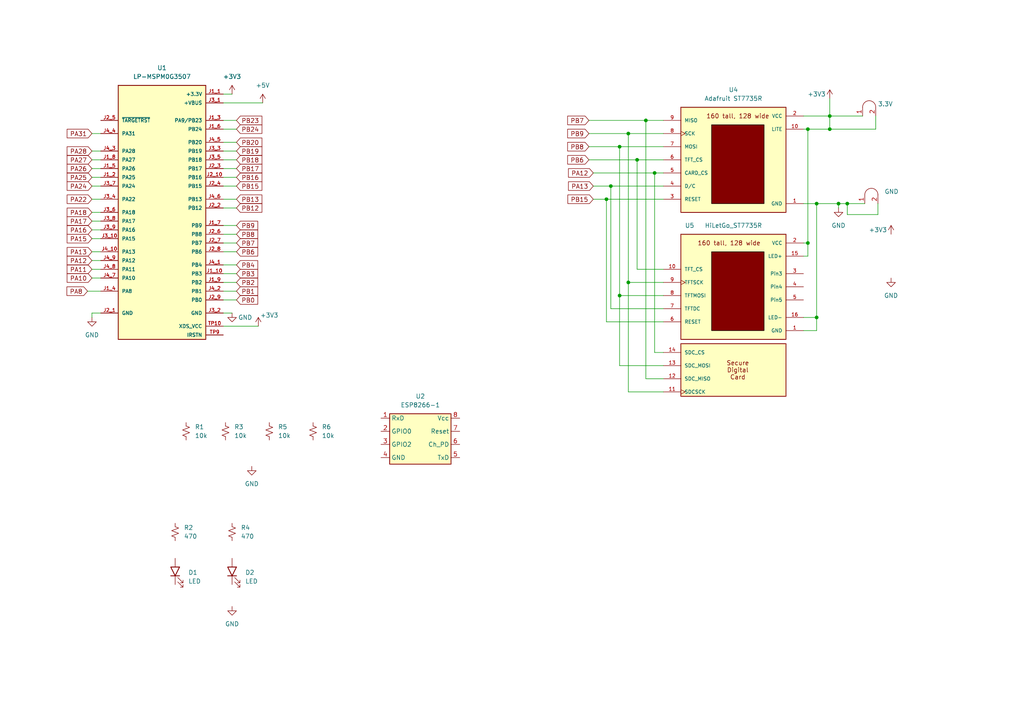
<source format=kicad_sch>
(kicad_sch
	(version 20250114)
	(generator "eeschema")
	(generator_version "9.0")
	(uuid "abd5037e-affc-4064-85a2-2d62607802c0")
	(paper "A4")
	(title_block
		(title "ECE445M Robot Board")
		(date "2025-09-18")
		(rev "v7.0.1")
		(company "The University of Texas at Austin")
		(comment 1 "Jonathan Valvano")
	)
	(lib_symbols
		(symbol "ECE319K:Adafruit_ST7735R"
			(pin_names
				(offset 1.016)
			)
			(exclude_from_sim no)
			(in_bom yes)
			(on_board yes)
			(property "Reference" "U?"
				(at -15.24 16.002 0)
				(effects
					(font
						(size 1.27 1.27)
					)
					(justify left bottom)
				)
			)
			(property "Value" "Adafruit ST7735R"
				(at -15.24 -17.78 0)
				(effects
					(font
						(size 1.27 1.27)
					)
					(justify left bottom)
				)
			)
			(property "Footprint" "ECE319K:adafruit_st7735r"
				(at -5.08 22.86 0)
				(effects
					(font
						(size 1.27 1.27)
					)
					(justify bottom)
					(hide yes)
				)
			)
			(property "Datasheet" "https://www.mouser.com/datasheet/2/737/ST7735R_V0_2-2489618.pdf"
				(at -1.27 19.05 0)
				(effects
					(font
						(size 1.27 1.27)
					)
					(hide yes)
				)
			)
			(property "Description" ""
				(at 0 0 0)
				(effects
					(font
						(size 1.27 1.27)
					)
					(hide yes)
				)
			)
			(property "Distributor" "Mouser"
				(at 0 21.59 0)
				(effects
					(font
						(size 1.27 1.27)
					)
					(hide yes)
				)
			)
			(property "Manufacturer" "Adafruit"
				(at -15.24 21.59 0)
				(effects
					(font
						(size 1.27 1.27)
					)
					(hide yes)
				)
			)
			(property "P/N" "358"
				(at -1.27 16.51 0)
				(effects
					(font
						(size 1.27 1.27)
					)
					(hide yes)
				)
			)
			(property "LCSC Part #" ""
				(at 0 0 0)
				(effects
					(font
						(size 1.27 1.27)
					)
					(hide yes)
				)
			)
			(property "Cost" "19.95"
				(at 11.43 22.86 0)
				(effects
					(font
						(size 1.27 1.27)
					)
					(hide yes)
				)
			)
			(symbol "Adafruit_ST7735R_0_0"
				(rectangle
					(start -15.24 15.24)
					(end 15.24 -15.24)
					(stroke
						(width 0.254)
						(type default)
					)
					(fill
						(type background)
					)
				)
			)
			(symbol "Adafruit_ST7735R_1_0"
				(pin output line
					(at -20.32 11.43 0)
					(length 5.08)
					(name "MISO"
						(effects
							(font
								(size 1.016 1.016)
							)
						)
					)
					(number "9"
						(effects
							(font
								(size 1.016 1.016)
							)
						)
					)
				)
				(pin input clock
					(at -20.32 7.62 0)
					(length 5.08)
					(name "SCK"
						(effects
							(font
								(size 1.016 1.016)
							)
						)
					)
					(number "8"
						(effects
							(font
								(size 1.016 1.016)
							)
						)
					)
				)
				(pin input line
					(at -20.32 3.81 0)
					(length 5.08)
					(name "MOSI"
						(effects
							(font
								(size 1.016 1.016)
							)
						)
					)
					(number "7"
						(effects
							(font
								(size 1.016 1.016)
							)
						)
					)
				)
				(pin input line
					(at -20.32 0 0)
					(length 5.08)
					(name "TFT_CS"
						(effects
							(font
								(size 1.016 1.016)
							)
						)
					)
					(number "6"
						(effects
							(font
								(size 1.016 1.016)
							)
						)
					)
				)
				(pin input line
					(at -20.32 -3.81 0)
					(length 5.08)
					(name "CARD_CS"
						(effects
							(font
								(size 1.016 1.016)
							)
						)
					)
					(number "5"
						(effects
							(font
								(size 1.016 1.016)
							)
						)
					)
				)
				(pin input line
					(at -20.32 -7.62 0)
					(length 5.08)
					(name "D/C"
						(effects
							(font
								(size 1.016 1.016)
							)
						)
					)
					(number "4"
						(effects
							(font
								(size 1.016 1.016)
							)
						)
					)
				)
				(pin input line
					(at -20.32 -11.43 0)
					(length 5.08)
					(name "RESET"
						(effects
							(font
								(size 1.016 1.016)
							)
						)
					)
					(number "3"
						(effects
							(font
								(size 1.016 1.016)
							)
						)
					)
				)
				(pin power_in line
					(at 20.32 12.7 180)
					(length 5.08)
					(name "VCC"
						(effects
							(font
								(size 1.016 1.016)
							)
						)
					)
					(number "2"
						(effects
							(font
								(size 1.016 1.016)
							)
						)
					)
				)
				(pin power_in line
					(at 20.32 8.89 180)
					(length 5.08)
					(name "LITE"
						(effects
							(font
								(size 1.016 1.016)
							)
						)
					)
					(number "10"
						(effects
							(font
								(size 1.016 1.016)
							)
						)
					)
				)
				(pin power_in line
					(at 20.32 -12.7 180)
					(length 5.08)
					(name "GND"
						(effects
							(font
								(size 1.016 1.016)
							)
						)
					)
					(number "1"
						(effects
							(font
								(size 1.016 1.016)
							)
						)
					)
				)
			)
			(symbol "Adafruit_ST7735R_1_1"
				(rectangle
					(start -6.35 10.16)
					(end 8.89 -12.7)
					(stroke
						(width 0)
						(type default)
						(color 0 0 0 1)
					)
					(fill
						(type color)
						(color 132 0 0 1)
					)
				)
				(text "160 tall, 128 wide"
					(at 1.27 12.7 0)
					(effects
						(font
							(size 1.27 1.27)
						)
					)
				)
			)
			(embedded_fonts no)
		)
		(symbol "ECE319K:HiLetGo_ST7735R"
			(pin_names
				(offset 1.016)
			)
			(exclude_from_sim no)
			(in_bom yes)
			(on_board yes)
			(property "Reference" "U?"
				(at -15.24 16.002 0)
				(effects
					(font
						(size 1.27 1.27)
					)
					(justify left bottom)
				)
			)
			(property "Value" "HiLetGo_ST7735R"
				(at -11.43 -34.29 0)
				(effects
					(font
						(size 1.27 1.27)
					)
					(justify left bottom)
				)
			)
			(property "Footprint" "ECE319K:hiletgo_st7735r"
				(at -5.08 22.86 0)
				(effects
					(font
						(size 1.27 1.27)
					)
					(justify bottom)
					(hide yes)
				)
			)
			(property "Datasheet" "https://users.ece.utexas.edu/~valvano/mspm0/1-8-tft-display.pdf"
				(at -1.27 19.05 0)
				(effects
					(font
						(size 1.27 1.27)
					)
					(hide yes)
				)
			)
			(property "Description" "http://hiletgo.com/ProductDetail/2157911.html"
				(at 0 0 0)
				(effects
					(font
						(size 1.27 1.27)
					)
					(hide yes)
				)
			)
			(property "Distributor" "Amazon"
				(at 0 21.59 0)
				(effects
					(font
						(size 1.27 1.27)
					)
					(hide yes)
				)
			)
			(property "Manufacturer" "HiLetGo"
				(at -15.24 21.59 0)
				(effects
					(font
						(size 1.27 1.27)
					)
					(hide yes)
				)
			)
			(property "P/N" "https://www.amazon.com/s?k=hiletgo+ST7735R"
				(at -1.27 16.51 0)
				(effects
					(font
						(size 1.27 1.27)
					)
					(hide yes)
				)
			)
			(property "LCSC Part #" ""
				(at 0 0 0)
				(effects
					(font
						(size 1.27 1.27)
					)
					(hide yes)
				)
			)
			(property "Cost" "9.95"
				(at 11.43 22.86 0)
				(effects
					(font
						(size 1.27 1.27)
					)
					(hide yes)
				)
			)
			(symbol "HiLetGo_ST7735R_0_0"
				(rectangle
					(start -15.24 15.24)
					(end 15.24 -15.24)
					(stroke
						(width 0.254)
						(type default)
					)
					(fill
						(type background)
					)
				)
				(rectangle
					(start -15.24 -16.51)
					(end 15.24 -31.75)
					(stroke
						(width 0.254)
						(type default)
					)
					(fill
						(type background)
					)
				)
			)
			(symbol "HiLetGo_ST7735R_1_0"
				(pin input line
					(at -20.32 5.08 0)
					(length 5.08)
					(name "TFT_CS"
						(effects
							(font
								(size 1.016 1.016)
							)
						)
					)
					(number "10"
						(effects
							(font
								(size 1.016 1.016)
							)
						)
					)
				)
				(pin input clock
					(at -20.32 1.27 0)
					(length 5.08)
					(name "TFTSCK"
						(effects
							(font
								(size 1.016 1.016)
							)
						)
					)
					(number "9"
						(effects
							(font
								(size 1.016 1.016)
							)
						)
					)
				)
				(pin input line
					(at -20.32 -2.54 0)
					(length 5.08)
					(name "TFTMOSI"
						(effects
							(font
								(size 1.016 1.016)
							)
						)
					)
					(number "8"
						(effects
							(font
								(size 1.016 1.016)
							)
						)
					)
				)
				(pin input line
					(at -20.32 -6.35 0)
					(length 5.08)
					(name "TFTDC"
						(effects
							(font
								(size 1.016 1.016)
							)
						)
					)
					(number "7"
						(effects
							(font
								(size 1.016 1.016)
							)
						)
					)
				)
				(pin input line
					(at -20.32 -10.16 0)
					(length 5.08)
					(name "RESET"
						(effects
							(font
								(size 1.016 1.016)
							)
						)
					)
					(number "6"
						(effects
							(font
								(size 1.016 1.016)
							)
						)
					)
				)
				(pin input line
					(at -20.32 -19.05 0)
					(length 5.08)
					(name "SDC_CS"
						(effects
							(font
								(size 1.016 1.016)
							)
						)
					)
					(number "14"
						(effects
							(font
								(size 1.016 1.016)
							)
						)
					)
				)
				(pin input line
					(at -20.32 -22.86 0)
					(length 5.08)
					(name "SDC_MOSI"
						(effects
							(font
								(size 1.016 1.016)
							)
						)
					)
					(number "13"
						(effects
							(font
								(size 1.016 1.016)
							)
						)
					)
				)
				(pin output line
					(at -20.32 -26.67 0)
					(length 5.08)
					(name "SDC_MISO"
						(effects
							(font
								(size 1.016 1.016)
							)
						)
					)
					(number "12"
						(effects
							(font
								(size 1.016 1.016)
							)
						)
					)
				)
				(pin input clock
					(at -20.32 -30.48 0)
					(length 5.08)
					(name "SDCSCK"
						(effects
							(font
								(size 1.016 1.016)
							)
						)
					)
					(number "11"
						(effects
							(font
								(size 1.016 1.016)
							)
						)
					)
				)
				(pin power_in line
					(at 20.32 12.7 180)
					(length 5.08)
					(name "VCC"
						(effects
							(font
								(size 1.016 1.016)
							)
						)
					)
					(number "2"
						(effects
							(font
								(size 1.016 1.016)
							)
						)
					)
				)
				(pin power_in line
					(at 20.32 8.89 180)
					(length 5.08)
					(name "LED+"
						(effects
							(font
								(size 1.016 1.016)
							)
						)
					)
					(number "15"
						(effects
							(font
								(size 1.016 1.016)
							)
						)
					)
				)
				(pin free line
					(at 20.32 3.81 180)
					(length 5.08)
					(name "Pin3"
						(effects
							(font
								(size 1.016 1.016)
							)
						)
					)
					(number "3"
						(effects
							(font
								(size 1.016 1.016)
							)
						)
					)
				)
				(pin free line
					(at 20.32 0 180)
					(length 5.08)
					(name "Pin4"
						(effects
							(font
								(size 1.016 1.016)
							)
						)
					)
					(number "4"
						(effects
							(font
								(size 1.016 1.016)
							)
						)
					)
				)
				(pin free line
					(at 20.32 -3.81 180)
					(length 5.08)
					(name "Pin5"
						(effects
							(font
								(size 1.016 1.016)
							)
						)
					)
					(number "5"
						(effects
							(font
								(size 1.016 1.016)
							)
						)
					)
				)
				(pin power_in line
					(at 20.32 -8.89 180)
					(length 5.08)
					(name "LED-"
						(effects
							(font
								(size 1.016 1.016)
							)
						)
					)
					(number "16"
						(effects
							(font
								(size 1.016 1.016)
							)
						)
					)
				)
				(pin power_in line
					(at 20.32 -12.7 180)
					(length 5.08)
					(name "GND"
						(effects
							(font
								(size 1.016 1.016)
							)
						)
					)
					(number "1"
						(effects
							(font
								(size 1.016 1.016)
							)
						)
					)
				)
			)
			(symbol "HiLetGo_ST7735R_1_1"
				(rectangle
					(start -6.35 10.16)
					(end 8.89 -12.7)
					(stroke
						(width 0)
						(type default)
						(color 0 0 0 1)
					)
					(fill
						(type color)
						(color 132 0 0 1)
					)
				)
				(text "160 tall, 128 wide"
					(at -1.27 12.7 0)
					(effects
						(font
							(size 1.27 1.27)
						)
					)
				)
				(text "Secure\nDigital\nCard"
					(at 1.27 -24.13 0)
					(effects
						(font
							(size 1.27 1.27)
						)
					)
				)
			)
			(embedded_fonts no)
		)
		(symbol "ECE319K:LED"
			(pin_numbers
				(hide yes)
			)
			(pin_names
				(offset 1.016)
				(hide yes)
			)
			(exclude_from_sim no)
			(in_bom yes)
			(on_board yes)
			(property "Reference" "D"
				(at 1.27 1.27 0)
				(effects
					(font
						(size 1.27 1.27)
					)
				)
			)
			(property "Value" "LED"
				(at -5.08 -1.27 0)
				(effects
					(font
						(size 1.27 1.27)
					)
				)
			)
			(property "Footprint" "ECE319K:LED_D5.0mm"
				(at 0 2.54 0)
				(effects
					(font
						(size 1.27 1.27)
					)
					(hide yes)
				)
			)
			(property "Datasheet" "https://users.ece.utexas.edu/~valvano/mspm0/HLMP-4700.pdf"
				(at 0 2.54 0)
				(effects
					(font
						(size 1.27 1.27)
					)
					(hide yes)
				)
			)
			(property "Description" "Light emitting diode"
				(at 0 0 0)
				(effects
					(font
						(size 1.27 1.27)
					)
					(hide yes)
				)
			)
			(property "ki_keywords" "LED diode"
				(at 0 0 0)
				(effects
					(font
						(size 1.27 1.27)
					)
					(hide yes)
				)
			)
			(property "ki_fp_filters" "LED* LED_SMD:* LED_THT:*"
				(at 0 0 0)
				(effects
					(font
						(size 1.27 1.27)
					)
					(hide yes)
				)
			)
			(symbol "LED_0_1"
				(polyline
					(pts
						(xy -0.508 -1.778) (xy 1.016 -3.302) (xy 1.016 -2.54) (xy 1.016 -3.302) (xy 0.254 -3.302)
					)
					(stroke
						(width 0)
						(type default)
					)
					(fill
						(type none)
					)
				)
				(polyline
					(pts
						(xy -0.508 -3.048) (xy 1.016 -4.572) (xy 1.016 -3.81) (xy 1.016 -4.572) (xy 0.254 -4.572)
					)
					(stroke
						(width 0)
						(type default)
					)
					(fill
						(type none)
					)
				)
				(polyline
					(pts
						(xy 0 1.27) (xy -2.54 1.27) (xy -1.27 -1.27) (xy 0 1.27)
					)
					(stroke
						(width 0.254)
						(type default)
					)
					(fill
						(type none)
					)
				)
				(polyline
					(pts
						(xy 0 -1.27) (xy -2.54 -1.27)
					)
					(stroke
						(width 0.254)
						(type default)
					)
					(fill
						(type none)
					)
				)
			)
			(symbol "LED_1_1"
				(pin passive line
					(at -1.27 3.81 270)
					(length 2.54)
					(name "A"
						(effects
							(font
								(size 1.27 1.27)
							)
						)
					)
					(number "2"
						(effects
							(font
								(size 1.27 1.27)
							)
						)
					)
				)
				(pin passive line
					(at -1.27 -3.81 90)
					(length 2.54)
					(name "K"
						(effects
							(font
								(size 1.27 1.27)
							)
						)
					)
					(number "1"
						(effects
							(font
								(size 1.27 1.27)
							)
						)
					)
				)
			)
			(embedded_fonts no)
		)
		(symbol "ECE319K:R_0.125W"
			(pin_numbers
				(hide yes)
			)
			(pin_names
				(offset 0.254)
				(hide yes)
			)
			(exclude_from_sim no)
			(in_bom yes)
			(on_board yes)
			(property "Reference" "R"
				(at 0.762 0.508 0)
				(effects
					(font
						(size 1.27 1.27)
					)
					(justify left)
				)
			)
			(property "Value" "R_0.125W"
				(at 0.762 -1.016 0)
				(effects
					(font
						(size 1.27 1.27)
					)
					(justify left)
				)
			)
			(property "Footprint" "ECE319K:R_Axial_DIN0204_L3.6mm_D1.6mm_P7.62mm_Horizontal"
				(at 0 0 0)
				(effects
					(font
						(size 1.27 1.27)
					)
					(hide yes)
				)
			)
			(property "Datasheet" "https://users.ece.utexas.edu/~valvano/mspm0/CarbonFilmresistors.pdf"
				(at 0 0 0)
				(effects
					(font
						(size 1.27 1.27)
					)
					(hide yes)
				)
			)
			(property "Description" "Resistor, small US symbol"
				(at 0 0 0)
				(effects
					(font
						(size 1.27 1.27)
					)
					(hide yes)
				)
			)
			(property "ki_keywords" "r resistor"
				(at 0 0 0)
				(effects
					(font
						(size 1.27 1.27)
					)
					(hide yes)
				)
			)
			(property "ki_fp_filters" "R_*"
				(at 0 0 0)
				(effects
					(font
						(size 1.27 1.27)
					)
					(hide yes)
				)
			)
			(symbol "R_0.125W_1_1"
				(polyline
					(pts
						(xy 0 1.524) (xy 1.016 1.143) (xy 0 0.762) (xy -1.016 0.381) (xy 0 0)
					)
					(stroke
						(width 0)
						(type default)
					)
					(fill
						(type none)
					)
				)
				(polyline
					(pts
						(xy 0 0) (xy 1.016 -0.381) (xy 0 -0.762) (xy -1.016 -1.143) (xy 0 -1.524)
					)
					(stroke
						(width 0)
						(type default)
					)
					(fill
						(type none)
					)
				)
				(pin passive line
					(at 0 2.54 270)
					(length 1.016)
					(name "~"
						(effects
							(font
								(size 1.27 1.27)
							)
						)
					)
					(number "1"
						(effects
							(font
								(size 1.27 1.27)
							)
						)
					)
				)
				(pin passive line
					(at 0 -2.54 90)
					(length 1.016)
					(name "~"
						(effects
							(font
								(size 1.27 1.27)
							)
						)
					)
					(number "2"
						(effects
							(font
								(size 1.27 1.27)
							)
						)
					)
				)
			)
			(embedded_fonts no)
		)
		(symbol "ECE319K:Testpoint"
			(pin_names
				(offset 0)
				(hide yes)
			)
			(exclude_from_sim no)
			(in_bom yes)
			(on_board yes)
			(property "Reference" "TP"
				(at 0 2.794 0)
				(effects
					(font
						(size 1.27 1.27)
					)
				)
			)
			(property "Value" "TP"
				(at 0 -2.286 0)
				(effects
					(font
						(size 1.27 1.27)
					)
				)
			)
			(property "Footprint" "ECE319K:Testpoint_1x02_P2.54mm"
				(at 0 5.715 0)
				(effects
					(font
						(size 1.27 1.27)
					)
					(hide yes)
				)
			)
			(property "Datasheet" "~"
				(at 0 0 0)
				(effects
					(font
						(size 1.27 1.27)
					)
					(hide yes)
				)
			)
			(property "Description" "Testpoint"
				(at 0 0 0)
				(effects
					(font
						(size 1.27 1.27)
					)
					(hide yes)
				)
			)
			(property "ki_keywords" "Testpoint"
				(at 0 0 0)
				(effects
					(font
						(size 1.27 1.27)
					)
					(hide yes)
				)
			)
			(property "ki_fp_filters" "Jumper* TestPoint*2Pads* TestPoint*Bridge*"
				(at 0 0 0)
				(effects
					(font
						(size 1.27 1.27)
					)
					(hide yes)
				)
			)
			(symbol "Testpoint_0_1"
				(arc
					(start 0.0001 4.4451)
					(mid 1.3471 3.8871)
					(end 1.9051 2.5401)
					(stroke
						(width 0)
						(type default)
					)
					(fill
						(type none)
					)
				)
				(arc
					(start -1.905 2.54)
					(mid -1.347 3.887)
					(end 0 4.445)
					(stroke
						(width 0)
						(type default)
					)
					(fill
						(type none)
					)
				)
			)
			(symbol "Testpoint_1_1"
				(pin passive line
					(at -1.905 0 90)
					(length 2.54)
					(name "A"
						(effects
							(font
								(size 1.27 1.27)
							)
						)
					)
					(number "1"
						(effects
							(font
								(size 1.27 1.27)
							)
						)
					)
				)
				(pin passive line
					(at 1.905 0 90)
					(length 2.54)
					(name "B"
						(effects
							(font
								(size 1.27 1.27)
							)
						)
					)
					(number "2"
						(effects
							(font
								(size 1.27 1.27)
							)
						)
					)
				)
			)
			(embedded_fonts no)
		)
		(symbol "ECE445L:ESP8266-1"
			(exclude_from_sim no)
			(in_bom yes)
			(on_board yes)
			(property "Reference" "U"
				(at 0 0 0)
				(effects
					(font
						(size 1.27 1.27)
					)
				)
			)
			(property "Value" "ESP8266-1"
				(at 0 8.255 0)
				(effects
					(font
						(size 1.27 1.27)
					)
				)
			)
			(property "Footprint" "ECE445L:PinHeader_2x04_P2.54mm_Vertical"
				(at 0 -7.62 0)
				(effects
					(font
						(size 1.27 1.27)
					)
					(hide yes)
				)
			)
			(property "Datasheet" "https://www.microchip.ua/wireless/esp01.pdf"
				(at 0 -7.62 0)
				(effects
					(font
						(size 1.27 1.27)
					)
					(hide yes)
				)
			)
			(property "Description" "Wifi module"
				(at 0 0 0)
				(effects
					(font
						(size 1.27 1.27)
					)
					(hide yes)
				)
			)
			(symbol "ESP8266-1_1_1"
				(rectangle
					(start -8.255 6.985)
					(end 9.525 -7.62)
					(stroke
						(width 0.254)
						(type default)
					)
					(fill
						(type background)
					)
				)
				(pin passive line
					(at -10.795 5.715 0)
					(length 2.54)
					(name "RxD"
						(effects
							(font
								(size 1.27 1.27)
							)
						)
					)
					(number "1"
						(effects
							(font
								(size 1.27 1.27)
							)
						)
					)
				)
				(pin passive line
					(at -10.795 1.905 0)
					(length 2.54)
					(name "GPIO0"
						(effects
							(font
								(size 1.27 1.27)
							)
						)
					)
					(number "2"
						(effects
							(font
								(size 1.27 1.27)
							)
						)
					)
				)
				(pin passive line
					(at -10.795 -1.905 0)
					(length 2.54)
					(name "GPIO2"
						(effects
							(font
								(size 1.27 1.27)
							)
						)
					)
					(number "3"
						(effects
							(font
								(size 1.27 1.27)
							)
						)
					)
				)
				(pin passive line
					(at -10.795 -5.715 0)
					(length 2.54)
					(name "GND"
						(effects
							(font
								(size 1.27 1.27)
							)
						)
					)
					(number "4"
						(effects
							(font
								(size 1.27 1.27)
							)
						)
					)
				)
				(pin passive line
					(at 12.065 5.715 180)
					(length 2.54)
					(name "Vcc"
						(effects
							(font
								(size 1.27 1.27)
							)
						)
					)
					(number "8"
						(effects
							(font
								(size 1.27 1.27)
							)
						)
					)
				)
				(pin passive line
					(at 12.065 1.905 180)
					(length 2.54)
					(name "Reset"
						(effects
							(font
								(size 1.27 1.27)
							)
						)
					)
					(number "7"
						(effects
							(font
								(size 1.27 1.27)
							)
						)
					)
				)
				(pin passive line
					(at 12.065 -1.905 180)
					(length 2.54)
					(name "Ch_PD"
						(effects
							(font
								(size 1.27 1.27)
							)
						)
					)
					(number "6"
						(effects
							(font
								(size 1.27 1.27)
							)
						)
					)
				)
				(pin passive line
					(at 12.065 -5.715 180)
					(length 2.54)
					(name "TxD"
						(effects
							(font
								(size 1.27 1.27)
							)
						)
					)
					(number "5"
						(effects
							(font
								(size 1.27 1.27)
							)
						)
					)
				)
			)
			(embedded_fonts no)
		)
		(symbol "ECE445L:LP-MSPM0G3507_J7"
			(pin_names
				(offset 1.016)
			)
			(exclude_from_sim no)
			(in_bom yes)
			(on_board yes)
			(property "Reference" "U?"
				(at -12.7367 34.3099 0)
				(effects
					(font
						(size 1.27 1.27)
					)
					(justify left bottom)
				)
			)
			(property "Value" "LP-MSPM0G3507"
				(at -12.065 29.21 0)
				(effects
					(font
						(size 1.27 1.27)
					)
					(justify left bottom)
				)
			)
			(property "Footprint" "ECE445L:ti_LP_MSPM0G3507_J7"
				(at 0 1.27 0)
				(effects
					(font
						(size 1.27 1.27)
					)
					(justify bottom)
					(hide yes)
				)
			)
			(property "Datasheet" "https://www.ti.com/tool/LP-MSPM0G3507"
				(at 7.62 35.56 0)
				(effects
					(font
						(size 1.27 1.27)
					)
					(hide yes)
				)
			)
			(property "Description" "LaunchPad"
				(at 0 0 0)
				(effects
					(font
						(size 1.27 1.27)
					)
					(hide yes)
				)
			)
			(property "Distributor" "Mouser"
				(at 0 2.54 0)
				(effects
					(font
						(size 1.27 1.27)
					)
					(hide yes)
				)
			)
			(property "Manufacturer" "Texas Instruments"
				(at 0 2.54 0)
				(effects
					(font
						(size 1.27 1.27)
					)
					(hide yes)
				)
			)
			(property "P/N" "LP-MSPM0G3507"
				(at -2.54 29.21 0)
				(effects
					(font
						(size 1.27 1.27)
					)
					(hide yes)
				)
			)
			(property "LCSC Part #" ""
				(at 0 0 0)
				(effects
					(font
						(size 1.27 1.27)
					)
					(hide yes)
				)
			)
			(property "Cost" "22.60"
				(at 0 2.54 0)
				(effects
					(font
						(size 1.27 1.27)
					)
					(hide yes)
				)
			)
			(symbol "LP-MSPM0G3507_J7_0_0"
				(rectangle
					(start -12.7 33.02)
					(end 12.7 -40.64)
					(stroke
						(width 0.254)
						(type default)
					)
					(fill
						(type background)
					)
				)
			)
			(symbol "LP-MSPM0G3507_J7_1_0"
				(pin input line
					(at -17.78 22.86 0)
					(length 5.08)
					(name "~{TARGETRST}"
						(effects
							(font
								(size 1.016 1.016)
							)
						)
					)
					(number "J2_5"
						(effects
							(font
								(size 1.016 1.016)
							)
						)
					)
				)
				(pin bidirectional line
					(at -17.78 19.05 0)
					(length 5.08)
					(name "PA31"
						(effects
							(font
								(size 1.016 1.016)
							)
						)
					)
					(number "J4_4"
						(effects
							(font
								(size 1.016 1.016)
							)
						)
					)
				)
				(pin bidirectional line
					(at -17.78 13.97 0)
					(length 5.08)
					(name "PA28"
						(effects
							(font
								(size 1.016 1.016)
							)
						)
					)
					(number "J4_3"
						(effects
							(font
								(size 1.016 1.016)
							)
						)
					)
				)
				(pin bidirectional line
					(at -17.78 11.43 0)
					(length 5.08)
					(name "PA27"
						(effects
							(font
								(size 1.016 1.016)
							)
						)
					)
					(number "J1_8"
						(effects
							(font
								(size 1.016 1.016)
							)
						)
					)
				)
				(pin bidirectional line
					(at -17.78 8.89 0)
					(length 5.08)
					(name "PA26"
						(effects
							(font
								(size 1.016 1.016)
							)
						)
					)
					(number "J1_5"
						(effects
							(font
								(size 1.016 1.016)
							)
						)
					)
				)
				(pin bidirectional line
					(at -17.78 6.35 0)
					(length 5.08)
					(name "PA25"
						(effects
							(font
								(size 1.016 1.016)
							)
						)
					)
					(number "J1_2"
						(effects
							(font
								(size 1.016 1.016)
							)
						)
					)
				)
				(pin bidirectional line
					(at -17.78 3.81 0)
					(length 5.08)
					(name "PA24"
						(effects
							(font
								(size 1.016 1.016)
							)
						)
					)
					(number "J3_7"
						(effects
							(font
								(size 1.016 1.016)
							)
						)
					)
				)
				(pin bidirectional line
					(at -17.78 0 0)
					(length 5.08)
					(name "PA22"
						(effects
							(font
								(size 1.016 1.016)
							)
						)
					)
					(number "J3_4"
						(effects
							(font
								(size 1.016 1.016)
							)
						)
					)
				)
				(pin bidirectional line
					(at -17.78 -3.81 0)
					(length 5.08)
					(name "PA18"
						(effects
							(font
								(size 1.016 1.016)
							)
						)
					)
					(number "J3_6"
						(effects
							(font
								(size 1.016 1.016)
							)
						)
					)
				)
				(pin bidirectional line
					(at -17.78 -6.35 0)
					(length 5.08)
					(name "PA17"
						(effects
							(font
								(size 1.016 1.016)
							)
						)
					)
					(number "J3_8"
						(effects
							(font
								(size 1.016 1.016)
							)
						)
					)
				)
				(pin bidirectional line
					(at -17.78 -8.89 0)
					(length 5.08)
					(name "PA16"
						(effects
							(font
								(size 1.016 1.016)
							)
						)
					)
					(number "J3_9"
						(effects
							(font
								(size 1.016 1.016)
							)
						)
					)
				)
				(pin bidirectional line
					(at -17.78 -11.43 0)
					(length 5.08)
					(name "PA15"
						(effects
							(font
								(size 1.016 1.016)
							)
						)
					)
					(number "J3_10"
						(effects
							(font
								(size 1.016 1.016)
							)
						)
					)
				)
				(pin bidirectional line
					(at -17.78 -15.24 0)
					(length 5.08)
					(name "PA13"
						(effects
							(font
								(size 1.016 1.016)
							)
						)
					)
					(number "J4_10"
						(effects
							(font
								(size 1.016 1.016)
							)
						)
					)
				)
				(pin bidirectional line
					(at -17.78 -17.78 0)
					(length 5.08)
					(name "PA12"
						(effects
							(font
								(size 1.016 1.016)
							)
						)
					)
					(number "J4_9"
						(effects
							(font
								(size 1.016 1.016)
							)
						)
					)
				)
				(pin bidirectional line
					(at -17.78 -20.32 0)
					(length 5.08)
					(name "PA11"
						(effects
							(font
								(size 1.016 1.016)
							)
						)
					)
					(number "J4_8"
						(effects
							(font
								(size 1.016 1.016)
							)
						)
					)
				)
				(pin bidirectional line
					(at -17.78 -22.86 0)
					(length 5.08)
					(name "PA10"
						(effects
							(font
								(size 1.016 1.016)
							)
						)
					)
					(number "J4_7"
						(effects
							(font
								(size 1.016 1.016)
							)
						)
					)
				)
				(pin bidirectional line
					(at -17.78 -26.67 0)
					(length 5.08)
					(name "PA8"
						(effects
							(font
								(size 1.016 1.016)
							)
						)
					)
					(number "J1_4"
						(effects
							(font
								(size 1.016 1.016)
							)
						)
					)
				)
				(pin power_out line
					(at -17.78 -33.02 0)
					(length 5.08)
					(name "GND"
						(effects
							(font
								(size 1.016 1.016)
							)
						)
					)
					(number "J2_1"
						(effects
							(font
								(size 1.016 1.016)
							)
						)
					)
				)
				(pin power_out line
					(at 17.78 30.48 180)
					(length 5.08)
					(name "+3.3V"
						(effects
							(font
								(size 1.016 1.016)
							)
						)
					)
					(number "J1_1"
						(effects
							(font
								(size 1.016 1.016)
							)
						)
					)
				)
				(pin power_out line
					(at 17.78 27.94 180)
					(length 5.08)
					(name "+VBUS"
						(effects
							(font
								(size 1.016 1.016)
							)
						)
					)
					(number "J3_1"
						(effects
							(font
								(size 1.016 1.016)
							)
						)
					)
				)
				(pin bidirectional line
					(at 17.78 22.86 180)
					(length 5.08)
					(name "PA9/PB23"
						(effects
							(font
								(size 1.016 1.016)
							)
						)
					)
					(number "J1_3"
						(effects
							(font
								(size 1.016 1.016)
							)
						)
					)
				)
				(pin bidirectional line
					(at 17.78 20.32 180)
					(length 5.08)
					(name "PB24"
						(effects
							(font
								(size 1.016 1.016)
							)
						)
					)
					(number "J1_6"
						(effects
							(font
								(size 1.016 1.016)
							)
						)
					)
				)
				(pin bidirectional line
					(at 17.78 16.51 180)
					(length 5.08)
					(name "PB20"
						(effects
							(font
								(size 1.016 1.016)
							)
						)
					)
					(number "J4_5"
						(effects
							(font
								(size 1.016 1.016)
							)
						)
					)
				)
				(pin bidirectional line
					(at 17.78 13.97 180)
					(length 5.08)
					(name "PB19"
						(effects
							(font
								(size 1.016 1.016)
							)
						)
					)
					(number "J3_3"
						(effects
							(font
								(size 1.016 1.016)
							)
						)
					)
				)
				(pin bidirectional line
					(at 17.78 11.43 180)
					(length 5.08)
					(name "PB18"
						(effects
							(font
								(size 1.016 1.016)
							)
						)
					)
					(number "J3_5"
						(effects
							(font
								(size 1.016 1.016)
							)
						)
					)
				)
				(pin bidirectional line
					(at 17.78 8.89 180)
					(length 5.08)
					(name "PB17"
						(effects
							(font
								(size 1.016 1.016)
							)
						)
					)
					(number "J2_3"
						(effects
							(font
								(size 1.016 1.016)
							)
						)
					)
				)
				(pin bidirectional line
					(at 17.78 6.35 180)
					(length 5.08)
					(name "PB16"
						(effects
							(font
								(size 1.016 1.016)
							)
						)
					)
					(number "J2_10"
						(effects
							(font
								(size 1.016 1.016)
							)
						)
					)
				)
				(pin bidirectional line
					(at 17.78 3.81 180)
					(length 5.08)
					(name "PB15"
						(effects
							(font
								(size 1.016 1.016)
							)
						)
					)
					(number "J2_4"
						(effects
							(font
								(size 1.016 1.016)
							)
						)
					)
				)
				(pin bidirectional line
					(at 17.78 0 180)
					(length 5.08)
					(name "PB13"
						(effects
							(font
								(size 1.016 1.016)
							)
						)
					)
					(number "J4_6"
						(effects
							(font
								(size 1.016 1.016)
							)
						)
					)
				)
				(pin bidirectional line
					(at 17.78 -2.54 180)
					(length 5.08)
					(name "PB12"
						(effects
							(font
								(size 1.016 1.016)
							)
						)
					)
					(number "J2_2"
						(effects
							(font
								(size 1.016 1.016)
							)
						)
					)
				)
				(pin bidirectional line
					(at 17.78 -7.62 180)
					(length 5.08)
					(name "PB9"
						(effects
							(font
								(size 1.016 1.016)
							)
						)
					)
					(number "J1_7"
						(effects
							(font
								(size 1.016 1.016)
							)
						)
					)
				)
				(pin bidirectional line
					(at 17.78 -10.16 180)
					(length 5.08)
					(name "PB8"
						(effects
							(font
								(size 1.016 1.016)
							)
						)
					)
					(number "J2_6"
						(effects
							(font
								(size 1.016 1.016)
							)
						)
					)
				)
				(pin bidirectional line
					(at 17.78 -12.7 180)
					(length 5.08)
					(name "PB7"
						(effects
							(font
								(size 1.016 1.016)
							)
						)
					)
					(number "J2_7"
						(effects
							(font
								(size 1.016 1.016)
							)
						)
					)
				)
				(pin bidirectional line
					(at 17.78 -15.24 180)
					(length 5.08)
					(name "PB6"
						(effects
							(font
								(size 1.016 1.016)
							)
						)
					)
					(number "J2_8"
						(effects
							(font
								(size 1.016 1.016)
							)
						)
					)
				)
				(pin bidirectional line
					(at 17.78 -19.05 180)
					(length 5.08)
					(name "PB4"
						(effects
							(font
								(size 1.016 1.016)
							)
						)
					)
					(number "J4_1"
						(effects
							(font
								(size 1.016 1.016)
							)
						)
					)
				)
				(pin bidirectional line
					(at 17.78 -21.59 180)
					(length 5.08)
					(name "PB3"
						(effects
							(font
								(size 1.016 1.016)
							)
						)
					)
					(number "J1_10"
						(effects
							(font
								(size 1.016 1.016)
							)
						)
					)
				)
				(pin bidirectional line
					(at 17.78 -24.13 180)
					(length 5.08)
					(name "PB2"
						(effects
							(font
								(size 1.016 1.016)
							)
						)
					)
					(number "J1_9"
						(effects
							(font
								(size 1.016 1.016)
							)
						)
					)
				)
				(pin bidirectional line
					(at 17.78 -26.67 180)
					(length 5.08)
					(name "PB1"
						(effects
							(font
								(size 1.016 1.016)
							)
						)
					)
					(number "J4_2"
						(effects
							(font
								(size 1.016 1.016)
							)
						)
					)
				)
				(pin bidirectional line
					(at 17.78 -29.21 180)
					(length 5.08)
					(name "PB0"
						(effects
							(font
								(size 1.016 1.016)
							)
						)
					)
					(number "J2_9"
						(effects
							(font
								(size 1.016 1.016)
							)
						)
					)
				)
				(pin power_out line
					(at 17.78 -33.02 180)
					(length 5.08)
					(name "GND"
						(effects
							(font
								(size 1.016 1.016)
							)
						)
					)
					(number "J3_2"
						(effects
							(font
								(size 1.016 1.016)
							)
						)
					)
				)
				(pin input line
					(at 17.78 -36.83 180)
					(length 5.08)
					(name "XDS_VCC"
						(effects
							(font
								(size 1.016 1.016)
							)
						)
					)
					(number "TP10"
						(effects
							(font
								(size 1.016 1.016)
							)
						)
					)
				)
				(pin passive line
					(at 17.78 -39.37 180)
					(length 5.08)
					(name "IRSTN"
						(effects
							(font
								(size 1.016 1.016)
							)
						)
					)
					(number "TP9"
						(effects
							(font
								(size 1.016 1.016)
							)
						)
					)
				)
			)
			(embedded_fonts no)
		)
		(symbol "power:+3V3"
			(power)
			(pin_names
				(offset 0)
			)
			(exclude_from_sim no)
			(in_bom yes)
			(on_board yes)
			(property "Reference" "#PWR"
				(at 0 -3.81 0)
				(effects
					(font
						(size 1.27 1.27)
					)
					(hide yes)
				)
			)
			(property "Value" "+3V3"
				(at 0 3.556 0)
				(effects
					(font
						(size 1.27 1.27)
					)
				)
			)
			(property "Footprint" ""
				(at 0 0 0)
				(effects
					(font
						(size 1.27 1.27)
					)
					(hide yes)
				)
			)
			(property "Datasheet" ""
				(at 0 0 0)
				(effects
					(font
						(size 1.27 1.27)
					)
					(hide yes)
				)
			)
			(property "Description" "Power symbol creates a global label with name \"+3V3\""
				(at 0 0 0)
				(effects
					(font
						(size 1.27 1.27)
					)
					(hide yes)
				)
			)
			(property "ki_keywords" "global power"
				(at 0 0 0)
				(effects
					(font
						(size 1.27 1.27)
					)
					(hide yes)
				)
			)
			(symbol "+3V3_0_1"
				(polyline
					(pts
						(xy -0.762 1.27) (xy 0 2.54)
					)
					(stroke
						(width 0)
						(type default)
					)
					(fill
						(type none)
					)
				)
				(polyline
					(pts
						(xy 0 2.54) (xy 0.762 1.27)
					)
					(stroke
						(width 0)
						(type default)
					)
					(fill
						(type none)
					)
				)
				(polyline
					(pts
						(xy 0 0) (xy 0 2.54)
					)
					(stroke
						(width 0)
						(type default)
					)
					(fill
						(type none)
					)
				)
			)
			(symbol "+3V3_1_1"
				(pin power_in line
					(at 0 0 90)
					(length 0)
					(hide yes)
					(name "+3V3"
						(effects
							(font
								(size 1.27 1.27)
							)
						)
					)
					(number "1"
						(effects
							(font
								(size 1.27 1.27)
							)
						)
					)
				)
			)
			(embedded_fonts no)
		)
		(symbol "power:+5V"
			(power)
			(pin_names
				(offset 0)
			)
			(exclude_from_sim no)
			(in_bom yes)
			(on_board yes)
			(property "Reference" "#PWR"
				(at 0 -3.81 0)
				(effects
					(font
						(size 1.27 1.27)
					)
					(hide yes)
				)
			)
			(property "Value" "+5V"
				(at 0 3.556 0)
				(effects
					(font
						(size 1.27 1.27)
					)
				)
			)
			(property "Footprint" ""
				(at 0 0 0)
				(effects
					(font
						(size 1.27 1.27)
					)
					(hide yes)
				)
			)
			(property "Datasheet" ""
				(at 0 0 0)
				(effects
					(font
						(size 1.27 1.27)
					)
					(hide yes)
				)
			)
			(property "Description" "Power symbol creates a global label with name \"+5V\""
				(at 0 0 0)
				(effects
					(font
						(size 1.27 1.27)
					)
					(hide yes)
				)
			)
			(property "ki_keywords" "global power"
				(at 0 0 0)
				(effects
					(font
						(size 1.27 1.27)
					)
					(hide yes)
				)
			)
			(symbol "+5V_0_1"
				(polyline
					(pts
						(xy -0.762 1.27) (xy 0 2.54)
					)
					(stroke
						(width 0)
						(type default)
					)
					(fill
						(type none)
					)
				)
				(polyline
					(pts
						(xy 0 2.54) (xy 0.762 1.27)
					)
					(stroke
						(width 0)
						(type default)
					)
					(fill
						(type none)
					)
				)
				(polyline
					(pts
						(xy 0 0) (xy 0 2.54)
					)
					(stroke
						(width 0)
						(type default)
					)
					(fill
						(type none)
					)
				)
			)
			(symbol "+5V_1_1"
				(pin power_in line
					(at 0 0 90)
					(length 0)
					(hide yes)
					(name "+5V"
						(effects
							(font
								(size 1.27 1.27)
							)
						)
					)
					(number "1"
						(effects
							(font
								(size 1.27 1.27)
							)
						)
					)
				)
			)
			(embedded_fonts no)
		)
		(symbol "power:GND"
			(power)
			(pin_names
				(offset 0)
			)
			(exclude_from_sim no)
			(in_bom yes)
			(on_board yes)
			(property "Reference" "#PWR"
				(at 0 -6.35 0)
				(effects
					(font
						(size 1.27 1.27)
					)
					(hide yes)
				)
			)
			(property "Value" "GND"
				(at 0 -3.81 0)
				(effects
					(font
						(size 1.27 1.27)
					)
				)
			)
			(property "Footprint" ""
				(at 0 0 0)
				(effects
					(font
						(size 1.27 1.27)
					)
					(hide yes)
				)
			)
			(property "Datasheet" ""
				(at 0 0 0)
				(effects
					(font
						(size 1.27 1.27)
					)
					(hide yes)
				)
			)
			(property "Description" "Power symbol creates a global label with name \"GND\" , ground"
				(at 0 0 0)
				(effects
					(font
						(size 1.27 1.27)
					)
					(hide yes)
				)
			)
			(property "ki_keywords" "global power"
				(at 0 0 0)
				(effects
					(font
						(size 1.27 1.27)
					)
					(hide yes)
				)
			)
			(symbol "GND_0_1"
				(polyline
					(pts
						(xy 0 0) (xy 0 -1.27) (xy 1.27 -1.27) (xy 0 -2.54) (xy -1.27 -1.27) (xy 0 -1.27)
					)
					(stroke
						(width 0)
						(type default)
					)
					(fill
						(type none)
					)
				)
			)
			(symbol "GND_1_1"
				(pin power_in line
					(at 0 0 270)
					(length 0)
					(hide yes)
					(name "GND"
						(effects
							(font
								(size 1.27 1.27)
							)
						)
					)
					(number "1"
						(effects
							(font
								(size 1.27 1.27)
							)
						)
					)
				)
			)
			(embedded_fonts no)
		)
	)
	(junction
		(at 179.705 42.545)
		(diameter 0)
		(color 0 0 0 0)
		(uuid "16e78c52-39d5-47a9-8226-39f92071db3a")
	)
	(junction
		(at 189.865 50.165)
		(diameter 0)
		(color 0 0 0 0)
		(uuid "1cf9332a-7c6b-473e-a341-7a53080326a1")
	)
	(junction
		(at 240.665 37.465)
		(diameter 0)
		(color 0 0 0 0)
		(uuid "1eb80f43-6ced-4a33-9cbf-b72a422c6167")
	)
	(junction
		(at 245.745 59.055)
		(diameter 0)
		(color 0 0 0 0)
		(uuid "1f7d25a8-a1a4-4e73-97fd-64845e306fd5")
	)
	(junction
		(at 187.325 34.925)
		(diameter 0)
		(color 0 0 0 0)
		(uuid "266011a6-9cdc-4a05-b449-05121d7e0f24")
	)
	(junction
		(at 236.855 92.075)
		(diameter 0)
		(color 0 0 0 0)
		(uuid "2dbe946d-1423-41bc-9185-e8f7a050f05c")
	)
	(junction
		(at 177.165 53.975)
		(diameter 0)
		(color 0 0 0 0)
		(uuid "3044be7e-4b07-44b7-a3fc-1633cc1fdbb4")
	)
	(junction
		(at 182.245 81.915)
		(diameter 0)
		(color 0 0 0 0)
		(uuid "57d02bf8-b5b8-4cf4-9457-1f823f0e1922")
	)
	(junction
		(at 182.245 38.735)
		(diameter 0)
		(color 0 0 0 0)
		(uuid "7ce01d3c-9731-4556-ab14-ba44485e0bc0")
	)
	(junction
		(at 243.205 59.055)
		(diameter 0)
		(color 0 0 0 0)
		(uuid "9a3e6aa9-a806-4d3d-8dc7-71251c31778c")
	)
	(junction
		(at 184.785 46.355)
		(diameter 0)
		(color 0 0 0 0)
		(uuid "a1467253-b701-4841-a59f-9b0f9f91fd78")
	)
	(junction
		(at 240.665 33.655)
		(diameter 0)
		(color 0 0 0 0)
		(uuid "a69d8975-368e-4207-99e7-076822100fc3")
	)
	(junction
		(at 175.895 57.785)
		(diameter 0)
		(color 0 0 0 0)
		(uuid "a8355f20-cd7a-45c9-baad-0e2b95bcea80")
	)
	(junction
		(at 234.315 70.485)
		(diameter 0)
		(color 0 0 0 0)
		(uuid "b19afac6-8800-4f23-a78d-88ac9ab228d4")
	)
	(junction
		(at 234.315 37.465)
		(diameter 0)
		(color 0 0 0 0)
		(uuid "c31a7a92-2fdb-40aa-afdb-0024edd0199f")
	)
	(junction
		(at 179.705 85.725)
		(diameter 0)
		(color 0 0 0 0)
		(uuid "cea722fb-fc02-4d2f-82d5-dfa17f904aee")
	)
	(junction
		(at 236.855 59.055)
		(diameter 0)
		(color 0 0 0 0)
		(uuid "d9feb75b-eadb-441c-9047-5917c460d5bb")
	)
	(wire
		(pts
			(xy 64.77 37.465) (xy 68.58 37.465)
		)
		(stroke
			(width 0)
			(type default)
		)
		(uuid "05bbb502-4833-4873-a794-95e3d2c81450")
	)
	(wire
		(pts
			(xy 172.085 57.785) (xy 175.895 57.785)
		)
		(stroke
			(width 0)
			(type default)
		)
		(uuid "0beedd46-40ab-4a56-88e2-1708c6dc05ea")
	)
	(wire
		(pts
			(xy 245.745 62.23) (xy 245.745 59.055)
		)
		(stroke
			(width 0)
			(type default)
		)
		(uuid "0d2c8826-a133-4f1e-b73f-f099b6cf47e3")
	)
	(wire
		(pts
			(xy 182.245 81.915) (xy 182.245 38.735)
		)
		(stroke
			(width 0)
			(type default)
		)
		(uuid "12899094-c309-44ac-a985-507f7b01ddd2")
	)
	(wire
		(pts
			(xy 254 37.465) (xy 240.665 37.465)
		)
		(stroke
			(width 0)
			(type default)
		)
		(uuid "12ecfaa9-6b97-4668-a29d-d13ffafb79fc")
	)
	(wire
		(pts
			(xy 64.77 94.615) (xy 74.93 94.615)
		)
		(stroke
			(width 0)
			(type default)
		)
		(uuid "19169284-fa8d-4c05-89b5-ae31c66d4629")
	)
	(wire
		(pts
			(xy 64.77 73.025) (xy 68.58 73.025)
		)
		(stroke
			(width 0)
			(type default)
		)
		(uuid "1a86ad9c-1891-4df8-aa13-cae535495100")
	)
	(wire
		(pts
			(xy 64.77 60.325) (xy 68.58 60.325)
		)
		(stroke
			(width 0)
			(type default)
		)
		(uuid "1e95df4d-80d4-4a87-81f7-79371836dc23")
	)
	(wire
		(pts
			(xy 26.67 43.815) (xy 29.21 43.815)
		)
		(stroke
			(width 0)
			(type default)
		)
		(uuid "21849ddb-0629-472c-ad2a-0065c99e92e9")
	)
	(wire
		(pts
			(xy 26.67 38.735) (xy 29.21 38.735)
		)
		(stroke
			(width 0)
			(type default)
		)
		(uuid "22fec45b-3d5c-4683-acae-a1710f1df3c4")
	)
	(wire
		(pts
			(xy 26.67 53.975) (xy 29.21 53.975)
		)
		(stroke
			(width 0)
			(type default)
		)
		(uuid "240aa3c2-bb7d-4178-be3b-f43d29ffaa4b")
	)
	(wire
		(pts
			(xy 236.855 59.055) (xy 243.205 59.055)
		)
		(stroke
			(width 0)
			(type default)
		)
		(uuid "28b14cbc-afa7-4ef9-b8cf-35fccf083833")
	)
	(wire
		(pts
			(xy 245.745 59.055) (xy 250.825 59.055)
		)
		(stroke
			(width 0)
			(type default)
		)
		(uuid "2cc6fde9-19d9-4549-8dd1-32f822a75501")
	)
	(wire
		(pts
			(xy 254.635 59.055) (xy 254.635 62.23)
		)
		(stroke
			(width 0)
			(type default)
		)
		(uuid "2f07b3c2-d10e-4b3e-9005-4f215862e6f3")
	)
	(wire
		(pts
			(xy 192.405 109.855) (xy 187.325 109.855)
		)
		(stroke
			(width 0)
			(type default)
		)
		(uuid "331bd636-7600-45da-9623-3b8e9abfcd0c")
	)
	(wire
		(pts
			(xy 64.77 34.925) (xy 68.58 34.925)
		)
		(stroke
			(width 0)
			(type default)
		)
		(uuid "347cafac-9bc3-4cbf-8d06-f95402e2f2ea")
	)
	(wire
		(pts
			(xy 26.67 46.355) (xy 29.21 46.355)
		)
		(stroke
			(width 0)
			(type default)
		)
		(uuid "38a0dc1e-8edc-4a39-8366-0e5ccfb6b4a5")
	)
	(wire
		(pts
			(xy 26.67 69.215) (xy 29.21 69.215)
		)
		(stroke
			(width 0)
			(type default)
		)
		(uuid "3968875c-d352-4708-87c1-46e3e8835ee7")
	)
	(wire
		(pts
			(xy 64.77 84.455) (xy 68.58 84.455)
		)
		(stroke
			(width 0)
			(type default)
		)
		(uuid "3c43c41c-ba2c-4794-a1f8-c921d25b4a4b")
	)
	(wire
		(pts
			(xy 234.315 70.485) (xy 234.315 37.465)
		)
		(stroke
			(width 0)
			(type default)
		)
		(uuid "3c5716f6-e0e2-4cf8-b5c0-c84c5734fd6b")
	)
	(wire
		(pts
			(xy 233.045 33.655) (xy 240.665 33.655)
		)
		(stroke
			(width 0)
			(type default)
		)
		(uuid "3ea33249-437c-4ef8-a5a2-32ba14f65347")
	)
	(wire
		(pts
			(xy 170.815 42.545) (xy 179.705 42.545)
		)
		(stroke
			(width 0)
			(type default)
		)
		(uuid "40d07f2e-8409-4dba-a7fb-eb8b75cb4fbc")
	)
	(wire
		(pts
			(xy 26.67 57.785) (xy 29.21 57.785)
		)
		(stroke
			(width 0)
			(type default)
		)
		(uuid "4135ab85-35f8-4176-b9dc-f87a4816753b")
	)
	(wire
		(pts
			(xy 64.77 53.975) (xy 68.58 53.975)
		)
		(stroke
			(width 0)
			(type default)
		)
		(uuid "4536afb9-1f3b-4746-8a8e-873ce75672b4")
	)
	(wire
		(pts
			(xy 64.77 76.835) (xy 68.58 76.835)
		)
		(stroke
			(width 0)
			(type default)
		)
		(uuid "46fd72ba-f973-4c5f-96cf-97c16284db60")
	)
	(wire
		(pts
			(xy 233.045 92.075) (xy 236.855 92.075)
		)
		(stroke
			(width 0)
			(type default)
		)
		(uuid "476e877b-56da-421e-ab6c-1a4dd2e878b9")
	)
	(wire
		(pts
			(xy 26.67 78.105) (xy 29.21 78.105)
		)
		(stroke
			(width 0)
			(type default)
		)
		(uuid "4eb8c221-cb58-4af9-a34d-84626fe081d7")
	)
	(wire
		(pts
			(xy 234.315 74.295) (xy 234.315 70.485)
		)
		(stroke
			(width 0)
			(type default)
		)
		(uuid "4f0d4495-a0fc-4185-afb8-3bc33671111b")
	)
	(wire
		(pts
			(xy 64.77 90.805) (xy 67.31 90.805)
		)
		(stroke
			(width 0)
			(type default)
		)
		(uuid "513874af-9d52-4293-8ac2-d29c6dc140e7")
	)
	(wire
		(pts
			(xy 172.085 53.975) (xy 177.165 53.975)
		)
		(stroke
			(width 0)
			(type default)
		)
		(uuid "53b915e3-79f1-4863-a0bb-30dba135eca3")
	)
	(wire
		(pts
			(xy 64.77 46.355) (xy 68.58 46.355)
		)
		(stroke
			(width 0)
			(type default)
		)
		(uuid "54a85d9d-c321-4bd3-9a4c-8c51dbd9dad5")
	)
	(wire
		(pts
			(xy 192.405 113.665) (xy 182.245 113.665)
		)
		(stroke
			(width 0)
			(type default)
		)
		(uuid "550fcd03-8cab-4549-9d36-17305c2555fb")
	)
	(wire
		(pts
			(xy 64.77 41.275) (xy 68.58 41.275)
		)
		(stroke
			(width 0)
			(type default)
		)
		(uuid "56887ec9-b8fc-42f4-89ef-88bdd0229e09")
	)
	(wire
		(pts
			(xy 243.205 59.055) (xy 245.745 59.055)
		)
		(stroke
			(width 0)
			(type default)
		)
		(uuid "5902e51c-3d9e-4aad-a713-bd4083ebc0a5")
	)
	(wire
		(pts
			(xy 64.77 79.375) (xy 68.58 79.375)
		)
		(stroke
			(width 0)
			(type default)
		)
		(uuid "5ad46fd5-7127-4b7a-85e8-7cec874ff234")
	)
	(wire
		(pts
			(xy 170.815 38.735) (xy 182.245 38.735)
		)
		(stroke
			(width 0)
			(type default)
		)
		(uuid "5c6daaef-a963-4fe8-a4ea-91b95eb2ddea")
	)
	(wire
		(pts
			(xy 236.855 92.075) (xy 236.855 59.055)
		)
		(stroke
			(width 0)
			(type default)
		)
		(uuid "5dcc9fe4-2bbf-45cf-8fb6-babb4bdb3595")
	)
	(wire
		(pts
			(xy 179.705 106.045) (xy 179.705 85.725)
		)
		(stroke
			(width 0)
			(type default)
		)
		(uuid "5de0ba71-6b3c-4665-aca6-26141cdd8b6d")
	)
	(wire
		(pts
			(xy 64.77 67.945) (xy 68.58 67.945)
		)
		(stroke
			(width 0)
			(type default)
		)
		(uuid "5eeba61d-47a7-4abf-aef8-00fba47a4f91")
	)
	(wire
		(pts
			(xy 182.245 81.915) (xy 192.405 81.915)
		)
		(stroke
			(width 0)
			(type default)
		)
		(uuid "674c4f9f-eee6-4d3f-912b-5d760c81eba4")
	)
	(wire
		(pts
			(xy 26.67 66.675) (xy 29.21 66.675)
		)
		(stroke
			(width 0)
			(type default)
		)
		(uuid "6e72d87e-432e-4fdf-98e4-e8723a6053ff")
	)
	(wire
		(pts
			(xy 170.815 34.925) (xy 187.325 34.925)
		)
		(stroke
			(width 0)
			(type default)
		)
		(uuid "765bb561-d246-4e44-b4ed-758b3da55d82")
	)
	(wire
		(pts
			(xy 254 33.655) (xy 254 37.465)
		)
		(stroke
			(width 0)
			(type default)
		)
		(uuid "77a88974-27ab-4227-8ecf-f28c01671f64")
	)
	(wire
		(pts
			(xy 233.045 74.295) (xy 234.315 74.295)
		)
		(stroke
			(width 0)
			(type default)
		)
		(uuid "77ac32c7-0db7-4e42-8c55-68b378b28565")
	)
	(wire
		(pts
			(xy 182.245 38.735) (xy 192.405 38.735)
		)
		(stroke
			(width 0)
			(type default)
		)
		(uuid "784421f5-7670-459f-bb1e-b23eb95e126d")
	)
	(wire
		(pts
			(xy 175.895 57.785) (xy 192.405 57.785)
		)
		(stroke
			(width 0)
			(type default)
		)
		(uuid "79cad7bc-0612-422d-8855-a56c10bc26fd")
	)
	(wire
		(pts
			(xy 179.705 85.725) (xy 179.705 42.545)
		)
		(stroke
			(width 0)
			(type default)
		)
		(uuid "7a487d26-ce4a-491f-9d41-0bda5d4fd250")
	)
	(wire
		(pts
			(xy 64.77 57.785) (xy 68.58 57.785)
		)
		(stroke
			(width 0)
			(type default)
		)
		(uuid "7b048d75-8bdf-4489-9207-0efda0041065")
	)
	(wire
		(pts
			(xy 175.895 57.785) (xy 175.895 93.345)
		)
		(stroke
			(width 0)
			(type default)
		)
		(uuid "81c4e349-87e1-4aca-a8ea-8c4d18f665b3")
	)
	(wire
		(pts
			(xy 64.77 27.305) (xy 67.31 27.305)
		)
		(stroke
			(width 0)
			(type default)
		)
		(uuid "8ad3c7a7-33ce-4913-9395-346bc999389d")
	)
	(wire
		(pts
			(xy 64.77 48.895) (xy 68.58 48.895)
		)
		(stroke
			(width 0)
			(type default)
		)
		(uuid "8ba8bf8f-8b9a-400a-aa40-7f5e1685c8ba")
	)
	(wire
		(pts
			(xy 170.815 46.355) (xy 184.785 46.355)
		)
		(stroke
			(width 0)
			(type default)
		)
		(uuid "8c940839-d5aa-4920-9069-45a0e9b73281")
	)
	(wire
		(pts
			(xy 187.325 109.855) (xy 187.325 34.925)
		)
		(stroke
			(width 0)
			(type default)
		)
		(uuid "9229b599-fbac-40c9-a1df-2de66f2a52e3")
	)
	(wire
		(pts
			(xy 192.405 78.105) (xy 184.785 78.105)
		)
		(stroke
			(width 0)
			(type default)
		)
		(uuid "93464c73-5c68-495a-9a0f-53fb5c976263")
	)
	(wire
		(pts
			(xy 187.325 34.925) (xy 192.405 34.925)
		)
		(stroke
			(width 0)
			(type default)
		)
		(uuid "9434f15f-a8fb-466a-900f-09d2dd6e66ab")
	)
	(wire
		(pts
			(xy 26.67 61.595) (xy 29.21 61.595)
		)
		(stroke
			(width 0)
			(type default)
		)
		(uuid "962f86cb-01cf-4dbb-ae13-6e423e4d2da5")
	)
	(wire
		(pts
			(xy 25.4 84.455) (xy 29.21 84.455)
		)
		(stroke
			(width 0)
			(type default)
		)
		(uuid "998750a0-4d63-4df4-b294-d546a49746f5")
	)
	(wire
		(pts
			(xy 233.045 70.485) (xy 234.315 70.485)
		)
		(stroke
			(width 0)
			(type default)
		)
		(uuid "9ce9200a-abd3-4c77-9536-ff56ea381051")
	)
	(wire
		(pts
			(xy 26.67 92.075) (xy 26.67 90.805)
		)
		(stroke
			(width 0)
			(type default)
		)
		(uuid "9f5892de-b11b-4ea6-a8fc-2cac21bfbcfc")
	)
	(wire
		(pts
			(xy 26.67 75.565) (xy 29.21 75.565)
		)
		(stroke
			(width 0)
			(type default)
		)
		(uuid "a2cc17de-22e7-408b-889c-575d53520b83")
	)
	(wire
		(pts
			(xy 189.865 102.235) (xy 189.865 50.165)
		)
		(stroke
			(width 0)
			(type default)
		)
		(uuid "a4fa6351-ae32-40bc-bacb-2d3f3fd48bc9")
	)
	(wire
		(pts
			(xy 233.045 37.465) (xy 234.315 37.465)
		)
		(stroke
			(width 0)
			(type default)
		)
		(uuid "aab3f2e4-0927-459b-bafd-3dc0cda0ab0e")
	)
	(wire
		(pts
			(xy 243.205 59.055) (xy 243.205 60.325)
		)
		(stroke
			(width 0)
			(type default)
		)
		(uuid "ac96d849-0563-4af9-8f0f-6854c3cfcb34")
	)
	(wire
		(pts
			(xy 64.77 86.995) (xy 68.58 86.995)
		)
		(stroke
			(width 0)
			(type default)
		)
		(uuid "b16d476a-1e47-46c0-8a41-f146237befe3")
	)
	(wire
		(pts
			(xy 184.785 46.355) (xy 192.405 46.355)
		)
		(stroke
			(width 0)
			(type default)
		)
		(uuid "b26e2f07-f6c1-4500-b088-430be0b4b2d8")
	)
	(wire
		(pts
			(xy 26.67 80.645) (xy 29.21 80.645)
		)
		(stroke
			(width 0)
			(type default)
		)
		(uuid "b29e5814-08fb-4765-a760-7330bfea457f")
	)
	(wire
		(pts
			(xy 64.77 70.485) (xy 68.58 70.485)
		)
		(stroke
			(width 0)
			(type default)
		)
		(uuid "b6114765-fea3-46d3-811b-2c0bfcdfe9ef")
	)
	(wire
		(pts
			(xy 64.77 43.815) (xy 68.58 43.815)
		)
		(stroke
			(width 0)
			(type default)
		)
		(uuid "b6163db7-87c2-470b-a9dc-e72b30512885")
	)
	(wire
		(pts
			(xy 179.705 42.545) (xy 192.405 42.545)
		)
		(stroke
			(width 0)
			(type default)
		)
		(uuid "b7fa54cb-24c2-427d-9abc-c3b4adc19b98")
	)
	(wire
		(pts
			(xy 26.67 64.135) (xy 29.21 64.135)
		)
		(stroke
			(width 0)
			(type default)
		)
		(uuid "ba9b3e99-e013-402f-b9fe-5305fe8a9914")
	)
	(wire
		(pts
			(xy 26.67 51.435) (xy 29.21 51.435)
		)
		(stroke
			(width 0)
			(type default)
		)
		(uuid "babc6663-6702-44ca-bfca-0bef88a2f6c4")
	)
	(wire
		(pts
			(xy 234.315 37.465) (xy 240.665 37.465)
		)
		(stroke
			(width 0)
			(type default)
		)
		(uuid "bc46c850-fb74-4a17-adeb-2fa6a2201d4f")
	)
	(wire
		(pts
			(xy 240.665 33.655) (xy 240.665 28.575)
		)
		(stroke
			(width 0)
			(type default)
		)
		(uuid "bd70e704-131b-4e95-9c6a-9bc98a34d9ad")
	)
	(wire
		(pts
			(xy 64.77 65.405) (xy 68.58 65.405)
		)
		(stroke
			(width 0)
			(type default)
		)
		(uuid "bd9e4e88-db01-4acc-bca2-43ee8694834b")
	)
	(wire
		(pts
			(xy 233.045 95.885) (xy 236.855 95.885)
		)
		(stroke
			(width 0)
			(type default)
		)
		(uuid "be9b34f5-36de-49f5-80eb-1f328784a76e")
	)
	(wire
		(pts
			(xy 192.405 93.345) (xy 175.895 93.345)
		)
		(stroke
			(width 0)
			(type default)
		)
		(uuid "bf6ec822-c07a-48d5-b10c-ab78695be3dc")
	)
	(wire
		(pts
			(xy 64.77 81.915) (xy 68.58 81.915)
		)
		(stroke
			(width 0)
			(type default)
		)
		(uuid "c2435a66-18ae-43cc-a0df-48753f5b7332")
	)
	(wire
		(pts
			(xy 177.165 53.975) (xy 177.165 89.535)
		)
		(stroke
			(width 0)
			(type default)
		)
		(uuid "c6338e6f-298a-4008-8968-25c71c78954b")
	)
	(wire
		(pts
			(xy 192.405 106.045) (xy 179.705 106.045)
		)
		(stroke
			(width 0)
			(type default)
		)
		(uuid "c6f94003-97b0-4cab-849f-8f630a3480c1")
	)
	(wire
		(pts
			(xy 26.67 73.025) (xy 29.21 73.025)
		)
		(stroke
			(width 0)
			(type default)
		)
		(uuid "d1c6518b-579f-4be5-b363-7695d0fcc4e5")
	)
	(wire
		(pts
			(xy 64.77 51.435) (xy 68.58 51.435)
		)
		(stroke
			(width 0)
			(type default)
		)
		(uuid "d1fe031b-829d-4ad5-82a3-b6742df28f70")
	)
	(wire
		(pts
			(xy 192.405 85.725) (xy 179.705 85.725)
		)
		(stroke
			(width 0)
			(type default)
		)
		(uuid "d42afb34-bcab-458e-a2c5-f8e51af20afc")
	)
	(wire
		(pts
			(xy 240.665 37.465) (xy 240.665 33.655)
		)
		(stroke
			(width 0)
			(type default)
		)
		(uuid "dc7be08d-1e13-4074-b8c1-abf8c62ab05a")
	)
	(wire
		(pts
			(xy 182.245 113.665) (xy 182.245 81.915)
		)
		(stroke
			(width 0)
			(type default)
		)
		(uuid "df9fdd5a-b2d8-4c73-b436-b0309bb33312")
	)
	(wire
		(pts
			(xy 254.635 62.23) (xy 245.745 62.23)
		)
		(stroke
			(width 0)
			(type default)
		)
		(uuid "e6742b0c-f227-410b-8a8b-88fa0a908c7d")
	)
	(wire
		(pts
			(xy 177.165 53.975) (xy 192.405 53.975)
		)
		(stroke
			(width 0)
			(type default)
		)
		(uuid "e8fea436-1b77-485d-ae0c-de573f952d2e")
	)
	(wire
		(pts
			(xy 26.67 90.805) (xy 29.21 90.805)
		)
		(stroke
			(width 0)
			(type default)
		)
		(uuid "ebcbe2d5-9700-4a8d-b8a4-2ad3c8938102")
	)
	(wire
		(pts
			(xy 172.085 50.165) (xy 189.865 50.165)
		)
		(stroke
			(width 0)
			(type default)
		)
		(uuid "ebda3834-fc37-402e-ae8d-0f64c6d7314e")
	)
	(wire
		(pts
			(xy 233.045 59.055) (xy 236.855 59.055)
		)
		(stroke
			(width 0)
			(type default)
		)
		(uuid "ecfb59b1-013c-4b41-aaba-b34d042a5b72")
	)
	(wire
		(pts
			(xy 189.865 50.165) (xy 192.405 50.165)
		)
		(stroke
			(width 0)
			(type default)
		)
		(uuid "ef01246d-385a-4f41-ac7f-10459c3611c6")
	)
	(wire
		(pts
			(xy 184.785 78.105) (xy 184.785 46.355)
		)
		(stroke
			(width 0)
			(type default)
		)
		(uuid "f32fdf8f-d861-4465-909b-bed3a0e4e0a8")
	)
	(wire
		(pts
			(xy 64.77 29.845) (xy 76.2 29.845)
		)
		(stroke
			(width 0)
			(type default)
		)
		(uuid "f568df37-f9b1-4e15-95df-46d4ae5463c9")
	)
	(wire
		(pts
			(xy 192.405 102.235) (xy 189.865 102.235)
		)
		(stroke
			(width 0)
			(type default)
		)
		(uuid "f583bf12-294d-49b0-9e11-b29d4f2f0d4c")
	)
	(wire
		(pts
			(xy 240.665 33.655) (xy 250.19 33.655)
		)
		(stroke
			(width 0)
			(type default)
		)
		(uuid "fc8f65cb-2cbb-4506-94bb-2fcd10819012")
	)
	(wire
		(pts
			(xy 26.67 48.895) (xy 29.21 48.895)
		)
		(stroke
			(width 0)
			(type default)
		)
		(uuid "fd6d13d1-172c-4c07-bd3b-4e8c2000cb15")
	)
	(wire
		(pts
			(xy 192.405 89.535) (xy 177.165 89.535)
		)
		(stroke
			(width 0)
			(type default)
		)
		(uuid "ff0ef3b9-6715-4940-afc6-6c9bfc11851a")
	)
	(wire
		(pts
			(xy 236.855 95.885) (xy 236.855 92.075)
		)
		(stroke
			(width 0)
			(type default)
		)
		(uuid "ff5f7fcb-777c-458c-976d-c06fce342491")
	)
	(global_label "PA18"
		(shape input)
		(at 26.67 61.595 180)
		(fields_autoplaced yes)
		(effects
			(font
				(size 1.27 1.27)
			)
			(justify right)
		)
		(uuid "0177fe67-9b55-4310-a5d8-e48e488fe878")
		(property "Intersheetrefs" "${INTERSHEET_REFS}"
			(at 18.9072 61.595 0)
			(effects
				(font
					(size 1.27 1.27)
				)
				(justify right)
				(hide yes)
			)
		)
	)
	(global_label "PA12"
		(shape input)
		(at 172.085 50.165 180)
		(fields_autoplaced yes)
		(effects
			(font
				(size 1.27 1.27)
			)
			(justify right)
		)
		(uuid "04396172-5702-4a55-8318-61e8500fb386")
		(property "Intersheetrefs" "${INTERSHEET_REFS}"
			(at 164.3222 50.165 0)
			(effects
				(font
					(size 1.27 1.27)
				)
				(justify right)
				(hide yes)
			)
		)
	)
	(global_label "PA13"
		(shape input)
		(at 26.67 73.025 180)
		(fields_autoplaced yes)
		(effects
			(font
				(size 1.27 1.27)
			)
			(justify right)
		)
		(uuid "0d154eaf-5f5e-4702-9fdd-5f4e2a0f8fb4")
		(property "Intersheetrefs" "${INTERSHEET_REFS}"
			(at 18.9072 73.025 0)
			(effects
				(font
					(size 1.27 1.27)
				)
				(justify right)
				(hide yes)
			)
		)
	)
	(global_label "PA10"
		(shape input)
		(at 26.67 80.645 180)
		(fields_autoplaced yes)
		(effects
			(font
				(size 1.27 1.27)
			)
			(justify right)
		)
		(uuid "0d24abb7-8618-449f-996a-1abc56eb80dd")
		(property "Intersheetrefs" "${INTERSHEET_REFS}"
			(at 18.9072 80.645 0)
			(effects
				(font
					(size 1.27 1.27)
				)
				(justify right)
				(hide yes)
			)
		)
	)
	(global_label "PA31"
		(shape input)
		(at 26.67 38.735 180)
		(fields_autoplaced yes)
		(effects
			(font
				(size 1.27 1.27)
			)
			(justify right)
		)
		(uuid "0d5896a0-2ff2-4446-99e0-f2990609e01d")
		(property "Intersheetrefs" "${INTERSHEET_REFS}"
			(at 18.9072 38.735 0)
			(effects
				(font
					(size 1.27 1.27)
				)
				(justify right)
				(hide yes)
			)
		)
	)
	(global_label "PA11"
		(shape input)
		(at 26.67 78.105 180)
		(fields_autoplaced yes)
		(effects
			(font
				(size 1.27 1.27)
			)
			(justify right)
		)
		(uuid "15ffdb20-ccd7-403a-8872-f8835a8b6653")
		(property "Intersheetrefs" "${INTERSHEET_REFS}"
			(at 18.9072 78.105 0)
			(effects
				(font
					(size 1.27 1.27)
				)
				(justify right)
				(hide yes)
			)
		)
	)
	(global_label "PB13"
		(shape input)
		(at 68.58 57.785 0)
		(fields_autoplaced yes)
		(effects
			(font
				(size 1.27 1.27)
			)
			(justify left)
		)
		(uuid "19ada81e-015a-4758-a37e-b9701c30b5b2")
		(property "Intersheetrefs" "${INTERSHEET_REFS}"
			(at 76.5242 57.785 0)
			(effects
				(font
					(size 1.27 1.27)
				)
				(justify left)
				(hide yes)
			)
		)
	)
	(global_label "PB15"
		(shape input)
		(at 68.58 53.975 0)
		(fields_autoplaced yes)
		(effects
			(font
				(size 1.27 1.27)
			)
			(justify left)
		)
		(uuid "1e26f355-e24d-4f65-84da-c05aa9589c4e")
		(property "Intersheetrefs" "${INTERSHEET_REFS}"
			(at 76.5242 53.975 0)
			(effects
				(font
					(size 1.27 1.27)
				)
				(justify left)
				(hide yes)
			)
		)
	)
	(global_label "PA15"
		(shape input)
		(at 26.67 69.215 180)
		(fields_autoplaced yes)
		(effects
			(font
				(size 1.27 1.27)
			)
			(justify right)
		)
		(uuid "26788681-736d-4976-af09-044337ac2317")
		(property "Intersheetrefs" "${INTERSHEET_REFS}"
			(at 18.9072 69.215 0)
			(effects
				(font
					(size 1.27 1.27)
				)
				(justify right)
				(hide yes)
			)
		)
	)
	(global_label "PA8"
		(shape input)
		(at 25.4 84.455 180)
		(fields_autoplaced yes)
		(effects
			(font
				(size 1.27 1.27)
			)
			(justify right)
		)
		(uuid "28f3b14d-7b3b-4e87-a661-eeb4bcefd272")
		(property "Intersheetrefs" "${INTERSHEET_REFS}"
			(at 18.8467 84.455 0)
			(effects
				(font
					(size 1.27 1.27)
				)
				(justify right)
				(hide yes)
			)
		)
	)
	(global_label "PB3"
		(shape input)
		(at 68.58 79.375 0)
		(fields_autoplaced yes)
		(effects
			(font
				(size 1.27 1.27)
			)
			(justify left)
		)
		(uuid "307378ad-4685-431d-8d6a-e089b0bda997")
		(property "Intersheetrefs" "${INTERSHEET_REFS}"
			(at 75.3147 79.375 0)
			(effects
				(font
					(size 1.27 1.27)
				)
				(justify left)
				(hide yes)
			)
		)
	)
	(global_label "PB9"
		(shape input)
		(at 170.815 38.735 180)
		(fields_autoplaced yes)
		(effects
			(font
				(size 1.27 1.27)
			)
			(justify right)
		)
		(uuid "38f2a792-a5e2-45db-8d98-64dc66aa4550")
		(property "Intersheetrefs" "${INTERSHEET_REFS}"
			(at 164.0803 38.735 0)
			(effects
				(font
					(size 1.27 1.27)
				)
				(justify right)
				(hide yes)
			)
		)
	)
	(global_label "PB4"
		(shape input)
		(at 68.58 76.835 0)
		(fields_autoplaced yes)
		(effects
			(font
				(size 1.27 1.27)
			)
			(justify left)
		)
		(uuid "41a25c13-eee2-48d6-b319-708346fd4e67")
		(property "Intersheetrefs" "${INTERSHEET_REFS}"
			(at 75.3147 76.835 0)
			(effects
				(font
					(size 1.27 1.27)
				)
				(justify left)
				(hide yes)
			)
		)
	)
	(global_label "PB6"
		(shape input)
		(at 68.58 73.025 0)
		(fields_autoplaced yes)
		(effects
			(font
				(size 1.27 1.27)
			)
			(justify left)
		)
		(uuid "4274b43d-0a1e-4596-9584-09eb5aa52a7c")
		(property "Intersheetrefs" "${INTERSHEET_REFS}"
			(at 75.3147 73.025 0)
			(effects
				(font
					(size 1.27 1.27)
				)
				(justify left)
				(hide yes)
			)
		)
	)
	(global_label "PB1"
		(shape input)
		(at 68.58 84.455 0)
		(fields_autoplaced yes)
		(effects
			(font
				(size 1.27 1.27)
			)
			(justify left)
		)
		(uuid "43f4fac4-7f26-49df-84d4-8ce9fb9148b9")
		(property "Intersheetrefs" "${INTERSHEET_REFS}"
			(at 75.3147 84.455 0)
			(effects
				(font
					(size 1.27 1.27)
				)
				(justify left)
				(hide yes)
			)
		)
	)
	(global_label "PA24"
		(shape input)
		(at 26.67 53.975 180)
		(fields_autoplaced yes)
		(effects
			(font
				(size 1.27 1.27)
			)
			(justify right)
		)
		(uuid "453b2ab2-9af5-42dd-b0ac-35414cd89de4")
		(property "Intersheetrefs" "${INTERSHEET_REFS}"
			(at 18.9072 53.975 0)
			(effects
				(font
					(size 1.27 1.27)
				)
				(justify right)
				(hide yes)
			)
		)
	)
	(global_label "PB23"
		(shape input)
		(at 68.58 34.925 0)
		(fields_autoplaced yes)
		(effects
			(font
				(size 1.27 1.27)
			)
			(justify left)
		)
		(uuid "45fb35ff-6d6e-4c0e-b19e-ce111ffca0b2")
		(property "Intersheetrefs" "${INTERSHEET_REFS}"
			(at 76.5242 34.925 0)
			(effects
				(font
					(size 1.27 1.27)
				)
				(justify left)
				(hide yes)
			)
		)
	)
	(global_label "PB18"
		(shape input)
		(at 68.58 46.355 0)
		(fields_autoplaced yes)
		(effects
			(font
				(size 1.27 1.27)
			)
			(justify left)
		)
		(uuid "4aef8146-4505-4c78-b3af-d88917897ea8")
		(property "Intersheetrefs" "${INTERSHEET_REFS}"
			(at 76.5242 46.355 0)
			(effects
				(font
					(size 1.27 1.27)
				)
				(justify left)
				(hide yes)
			)
		)
	)
	(global_label "PA17"
		(shape input)
		(at 26.67 64.135 180)
		(fields_autoplaced yes)
		(effects
			(font
				(size 1.27 1.27)
			)
			(justify right)
		)
		(uuid "4f8038ce-96f6-4908-a76c-f12ecba4467d")
		(property "Intersheetrefs" "${INTERSHEET_REFS}"
			(at 18.9072 64.135 0)
			(effects
				(font
					(size 1.27 1.27)
				)
				(justify right)
				(hide yes)
			)
		)
	)
	(global_label "PB17"
		(shape input)
		(at 68.58 48.895 0)
		(fields_autoplaced yes)
		(effects
			(font
				(size 1.27 1.27)
			)
			(justify left)
		)
		(uuid "52cfa56d-601d-485c-aa23-fe1b2d525644")
		(property "Intersheetrefs" "${INTERSHEET_REFS}"
			(at 76.5242 48.895 0)
			(effects
				(font
					(size 1.27 1.27)
				)
				(justify left)
				(hide yes)
			)
		)
	)
	(global_label "PA26"
		(shape input)
		(at 26.67 48.895 180)
		(fields_autoplaced yes)
		(effects
			(font
				(size 1.27 1.27)
			)
			(justify right)
		)
		(uuid "5c1c78f8-c31d-4007-8cd8-a286e7dc66e8")
		(property "Intersheetrefs" "${INTERSHEET_REFS}"
			(at 18.9072 48.895 0)
			(effects
				(font
					(size 1.27 1.27)
				)
				(justify right)
				(hide yes)
			)
		)
	)
	(global_label "PA13"
		(shape input)
		(at 172.085 53.975 180)
		(fields_autoplaced yes)
		(effects
			(font
				(size 1.27 1.27)
			)
			(justify right)
		)
		(uuid "5dffc0ec-3023-437f-a711-77a873937463")
		(property "Intersheetrefs" "${INTERSHEET_REFS}"
			(at 164.3222 53.975 0)
			(effects
				(font
					(size 1.27 1.27)
				)
				(justify right)
				(hide yes)
			)
		)
	)
	(global_label "PA28"
		(shape input)
		(at 26.67 43.815 180)
		(fields_autoplaced yes)
		(effects
			(font
				(size 1.27 1.27)
			)
			(justify right)
		)
		(uuid "5e6da53a-39d0-4bd0-8f6a-7e31dee391d0")
		(property "Intersheetrefs" "${INTERSHEET_REFS}"
			(at 18.9072 43.815 0)
			(effects
				(font
					(size 1.27 1.27)
				)
				(justify right)
				(hide yes)
			)
		)
	)
	(global_label "PB7"
		(shape input)
		(at 68.58 70.485 0)
		(fields_autoplaced yes)
		(effects
			(font
				(size 1.27 1.27)
			)
			(justify left)
		)
		(uuid "6544fc33-c4a1-47bd-af8c-1d6ae2210072")
		(property "Intersheetrefs" "${INTERSHEET_REFS}"
			(at 75.3147 70.485 0)
			(effects
				(font
					(size 1.27 1.27)
				)
				(justify left)
				(hide yes)
			)
		)
	)
	(global_label "PB9"
		(shape input)
		(at 68.58 65.405 0)
		(fields_autoplaced yes)
		(effects
			(font
				(size 1.27 1.27)
			)
			(justify left)
		)
		(uuid "78ee1cf9-b81c-4bea-9a10-37672f463fb9")
		(property "Intersheetrefs" "${INTERSHEET_REFS}"
			(at 75.3147 65.405 0)
			(effects
				(font
					(size 1.27 1.27)
				)
				(justify left)
				(hide yes)
			)
		)
	)
	(global_label "PA16"
		(shape input)
		(at 26.67 66.675 180)
		(fields_autoplaced yes)
		(effects
			(font
				(size 1.27 1.27)
			)
			(justify right)
		)
		(uuid "7f8723ef-7d16-4bdc-8df1-8ba8bf0b63f1")
		(property "Intersheetrefs" "${INTERSHEET_REFS}"
			(at 18.9072 66.675 0)
			(effects
				(font
					(size 1.27 1.27)
				)
				(justify right)
				(hide yes)
			)
		)
	)
	(global_label "PB7"
		(shape input)
		(at 170.815 34.925 180)
		(fields_autoplaced yes)
		(effects
			(font
				(size 1.27 1.27)
			)
			(justify right)
		)
		(uuid "81be05a6-354a-4b53-b3ce-992d362b6c63")
		(property "Intersheetrefs" "${INTERSHEET_REFS}"
			(at 164.0803 34.925 0)
			(effects
				(font
					(size 1.27 1.27)
				)
				(justify right)
				(hide yes)
			)
		)
	)
	(global_label "PB8"
		(shape input)
		(at 68.58 67.945 0)
		(fields_autoplaced yes)
		(effects
			(font
				(size 1.27 1.27)
			)
			(justify left)
		)
		(uuid "8571b703-7d7c-4d30-ad17-8343aeb04069")
		(property "Intersheetrefs" "${INTERSHEET_REFS}"
			(at 75.3147 67.945 0)
			(effects
				(font
					(size 1.27 1.27)
				)
				(justify left)
				(hide yes)
			)
		)
	)
	(global_label "PA27"
		(shape input)
		(at 26.67 46.355 180)
		(fields_autoplaced yes)
		(effects
			(font
				(size 1.27 1.27)
			)
			(justify right)
		)
		(uuid "86be3114-2967-4a02-82c1-a566e16c7c75")
		(property "Intersheetrefs" "${INTERSHEET_REFS}"
			(at 18.9072 46.355 0)
			(effects
				(font
					(size 1.27 1.27)
				)
				(justify right)
				(hide yes)
			)
		)
	)
	(global_label "PB8"
		(shape input)
		(at 170.815 42.545 180)
		(fields_autoplaced yes)
		(effects
			(font
				(size 1.27 1.27)
			)
			(justify right)
		)
		(uuid "8e2cfab6-f90e-4584-a633-7f58e1391e89")
		(property "Intersheetrefs" "${INTERSHEET_REFS}"
			(at 164.0803 42.545 0)
			(effects
				(font
					(size 1.27 1.27)
				)
				(justify right)
				(hide yes)
			)
		)
	)
	(global_label "PB15"
		(shape input)
		(at 172.085 57.785 180)
		(fields_autoplaced yes)
		(effects
			(font
				(size 1.27 1.27)
			)
			(justify right)
		)
		(uuid "b0c2d25f-2b68-43d8-84b5-96e44ac21762")
		(property "Intersheetrefs" "${INTERSHEET_REFS}"
			(at 164.1408 57.785 0)
			(effects
				(font
					(size 1.27 1.27)
				)
				(justify right)
				(hide yes)
			)
		)
	)
	(global_label "PA22"
		(shape input)
		(at 26.67 57.785 180)
		(fields_autoplaced yes)
		(effects
			(font
				(size 1.27 1.27)
			)
			(justify right)
		)
		(uuid "b14eb90a-4270-4670-be83-1535b2c98f3c")
		(property "Intersheetrefs" "${INTERSHEET_REFS}"
			(at 18.9072 57.785 0)
			(effects
				(font
					(size 1.27 1.27)
				)
				(justify right)
				(hide yes)
			)
		)
	)
	(global_label "PA25"
		(shape input)
		(at 26.67 51.435 180)
		(fields_autoplaced yes)
		(effects
			(font
				(size 1.27 1.27)
			)
			(justify right)
		)
		(uuid "b414f700-a711-4dc9-9ad8-15892c348a01")
		(property "Intersheetrefs" "${INTERSHEET_REFS}"
			(at 18.9072 51.435 0)
			(effects
				(font
					(size 1.27 1.27)
				)
				(justify right)
				(hide yes)
			)
		)
	)
	(global_label "PB12"
		(shape input)
		(at 68.58 60.325 0)
		(fields_autoplaced yes)
		(effects
			(font
				(size 1.27 1.27)
			)
			(justify left)
		)
		(uuid "be0bf9ac-aecb-4cf4-be70-83318aa19b6b")
		(property "Intersheetrefs" "${INTERSHEET_REFS}"
			(at 76.5242 60.325 0)
			(effects
				(font
					(size 1.27 1.27)
				)
				(justify left)
				(hide yes)
			)
		)
	)
	(global_label "PB0"
		(shape input)
		(at 68.58 86.995 0)
		(fields_autoplaced yes)
		(effects
			(font
				(size 1.27 1.27)
			)
			(justify left)
		)
		(uuid "bfe33da7-1ad5-4e12-8dd8-7f512d5ac813")
		(property "Intersheetrefs" "${INTERSHEET_REFS}"
			(at 75.3147 86.995 0)
			(effects
				(font
					(size 1.27 1.27)
				)
				(justify left)
				(hide yes)
			)
		)
	)
	(global_label "PB6"
		(shape input)
		(at 170.815 46.355 180)
		(fields_autoplaced yes)
		(effects
			(font
				(size 1.27 1.27)
			)
			(justify right)
		)
		(uuid "c3d7c377-439f-4945-bf47-e0b0932f55d2")
		(property "Intersheetrefs" "${INTERSHEET_REFS}"
			(at 164.0803 46.355 0)
			(effects
				(font
					(size 1.27 1.27)
				)
				(justify right)
				(hide yes)
			)
		)
	)
	(global_label "PB16"
		(shape input)
		(at 68.58 51.435 0)
		(fields_autoplaced yes)
		(effects
			(font
				(size 1.27 1.27)
			)
			(justify left)
		)
		(uuid "d036d12d-ce79-4cf4-ac49-3850440da0dc")
		(property "Intersheetrefs" "${INTERSHEET_REFS}"
			(at 76.5242 51.435 0)
			(effects
				(font
					(size 1.27 1.27)
				)
				(justify left)
				(hide yes)
			)
		)
	)
	(global_label "PA12"
		(shape input)
		(at 26.67 75.565 180)
		(fields_autoplaced yes)
		(effects
			(font
				(size 1.27 1.27)
			)
			(justify right)
		)
		(uuid "d76880bc-9336-4f16-9ea7-a9d7a8433cc9")
		(property "Intersheetrefs" "${INTERSHEET_REFS}"
			(at 18.9072 75.565 0)
			(effects
				(font
					(size 1.27 1.27)
				)
				(justify right)
				(hide yes)
			)
		)
	)
	(global_label "PB24"
		(shape input)
		(at 68.58 37.465 0)
		(fields_autoplaced yes)
		(effects
			(font
				(size 1.27 1.27)
			)
			(justify left)
		)
		(uuid "d98ae14e-d92a-404b-831f-fd93ccf1fbe3")
		(property "Intersheetrefs" "${INTERSHEET_REFS}"
			(at 76.5242 37.465 0)
			(effects
				(font
					(size 1.27 1.27)
				)
				(justify left)
				(hide yes)
			)
		)
	)
	(global_label "PB19"
		(shape input)
		(at 68.58 43.815 0)
		(fields_autoplaced yes)
		(effects
			(font
				(size 1.27 1.27)
			)
			(justify left)
		)
		(uuid "ebd9266e-c9e1-4f3b-b60c-bdf80c584e25")
		(property "Intersheetrefs" "${INTERSHEET_REFS}"
			(at 76.5242 43.815 0)
			(effects
				(font
					(size 1.27 1.27)
				)
				(justify left)
				(hide yes)
			)
		)
	)
	(global_label "PB20"
		(shape input)
		(at 68.58 41.275 0)
		(fields_autoplaced yes)
		(effects
			(font
				(size 1.27 1.27)
			)
			(justify left)
		)
		(uuid "eec69a1c-6638-45cc-a228-4a094c2d4d51")
		(property "Intersheetrefs" "${INTERSHEET_REFS}"
			(at 76.5242 41.275 0)
			(effects
				(font
					(size 1.27 1.27)
				)
				(justify left)
				(hide yes)
			)
		)
	)
	(global_label "PB2"
		(shape input)
		(at 68.58 81.915 0)
		(fields_autoplaced yes)
		(effects
			(font
				(size 1.27 1.27)
			)
			(justify left)
		)
		(uuid "f8d8379a-b2b0-4e5a-9f9e-e6271008eb17")
		(property "Intersheetrefs" "${INTERSHEET_REFS}"
			(at 75.3147 81.915 0)
			(effects
				(font
					(size 1.27 1.27)
				)
				(justify left)
				(hide yes)
			)
		)
	)
	(symbol
		(lib_id "ECE319K:Adafruit_ST7735R")
		(at 212.725 46.355 0)
		(unit 1)
		(exclude_from_sim no)
		(in_bom yes)
		(on_board yes)
		(dnp no)
		(fields_autoplaced yes)
		(uuid "10a294c1-22c4-456f-a332-b37f884d945c")
		(property "Reference" "U4"
			(at 212.725 26.035 0)
			(effects
				(font
					(size 1.27 1.27)
				)
			)
		)
		(property "Value" "Adafruit ST7735R"
			(at 212.725 28.575 0)
			(effects
				(font
					(size 1.27 1.27)
				)
			)
		)
		(property "Footprint" "ECE319K:adafruit_st7735r"
			(at 207.645 23.495 0)
			(effects
				(font
					(size 1.27 1.27)
				)
				(justify bottom)
				(hide yes)
			)
		)
		(property "Datasheet" "https://www.mouser.com/datasheet/2/737/ST7735R_V0_2-2489618.pdf"
			(at 211.455 27.305 0)
			(effects
				(font
					(size 1.27 1.27)
				)
				(hide yes)
			)
		)
		(property "Description" ""
			(at 212.725 46.355 0)
			(effects
				(font
					(size 1.27 1.27)
				)
			)
		)
		(property "Distributor" "Mouser"
			(at 212.725 24.765 0)
			(effects
				(font
					(size 1.27 1.27)
				)
				(hide yes)
			)
		)
		(property "Manufacturer" "Adafruit"
			(at 197.485 24.765 0)
			(effects
				(font
					(size 1.27 1.27)
				)
				(hide yes)
			)
		)
		(property "P/N" "358"
			(at 211.455 29.845 0)
			(effects
				(font
					(size 1.27 1.27)
				)
				(hide yes)
			)
		)
		(property "LCSC Part #" ""
			(at 212.725 46.355 0)
			(effects
				(font
					(size 1.27 1.27)
				)
				(hide yes)
			)
		)
		(property "Cost" "19.95"
			(at 224.155 23.495 0)
			(effects
				(font
					(size 1.27 1.27)
				)
				(hide yes)
			)
		)
		(pin "1"
			(uuid "3f003526-be48-482e-81ad-89145b167ab9")
		)
		(pin "10"
			(uuid "07124667-6812-455d-b337-16793f8bdd5d")
		)
		(pin "2"
			(uuid "641ace20-53b8-48fa-8340-dccbbd606dbe")
		)
		(pin "3"
			(uuid "74daaaab-46cc-4fdb-a27b-aba327febcbd")
		)
		(pin "4"
			(uuid "7b3c51a9-1bb9-468c-8118-11b646813fb8")
		)
		(pin "5"
			(uuid "510adb52-49a4-4f19-ae8a-dd3d7de9bbb6")
		)
		(pin "6"
			(uuid "744956ab-6ba9-402b-85e6-792ff45f4e33")
		)
		(pin "7"
			(uuid "354cd20e-04bb-4c5a-997b-35f56f436c33")
		)
		(pin "8"
			(uuid "6d19ba82-b9d4-43c3-b9cb-c258f70a8ac6")
		)
		(pin "9"
			(uuid "38283499-8759-452b-8e7e-dff6616efb32")
		)
		(instances
			(project "SensorBoard"
				(path "/69b823fd-c065-40ff-9bb9-c5835555f3eb/0b55c4e6-4421-48db-a6f2-ebdce5b50484"
					(reference "U4")
					(unit 1)
				)
			)
		)
	)
	(symbol
		(lib_id "ECE319K:R_0.125W")
		(at 50.8 154.305 0)
		(unit 1)
		(exclude_from_sim no)
		(in_bom yes)
		(on_board yes)
		(dnp no)
		(fields_autoplaced yes)
		(uuid "1db2460f-3d4a-40bd-b434-8e87c4f439ca")
		(property "Reference" "R2"
			(at 53.34 153.035 0)
			(effects
				(font
					(size 1.27 1.27)
				)
				(justify left)
			)
		)
		(property "Value" "470"
			(at 53.34 155.575 0)
			(effects
				(font
					(size 1.27 1.27)
				)
				(justify left)
			)
		)
		(property "Footprint" "ECE319K:R_Axial_DIN0204_L3.6mm_D1.6mm_P7.62mm_Horizontal"
			(at 50.8 154.305 0)
			(effects
				(font
					(size 1.27 1.27)
				)
				(hide yes)
			)
		)
		(property "Datasheet" "https://users.ece.utexas.edu/~valvano/mspm0/CarbonFilmresistors.pdf"
			(at 50.8 154.305 0)
			(effects
				(font
					(size 1.27 1.27)
				)
				(hide yes)
			)
		)
		(property "Description" ""
			(at 50.8 154.305 0)
			(effects
				(font
					(size 1.27 1.27)
				)
			)
		)
		(pin "1"
			(uuid "9a5184a0-82c5-4827-bcea-f126cf589e32")
		)
		(pin "2"
			(uuid "109824a4-f82d-4522-9c1b-063c760ce30f")
		)
		(instances
			(project "SensorBoard"
				(path "/69b823fd-c065-40ff-9bb9-c5835555f3eb/0b55c4e6-4421-48db-a6f2-ebdce5b50484"
					(reference "R2")
					(unit 1)
				)
			)
		)
	)
	(symbol
		(lib_id "ECE445L:LP-MSPM0G3507_J7")
		(at 46.99 57.785 0)
		(unit 1)
		(exclude_from_sim no)
		(in_bom yes)
		(on_board yes)
		(dnp no)
		(fields_autoplaced yes)
		(uuid "3e285a49-0eee-4947-b40d-467aebf7f856")
		(property "Reference" "U1"
			(at 46.99 19.685 0)
			(effects
				(font
					(size 1.27 1.27)
				)
			)
		)
		(property "Value" "LP-MSPM0G3507"
			(at 46.99 22.225 0)
			(effects
				(font
					(size 1.27 1.27)
				)
			)
		)
		(property "Footprint" "ECE445L:ti_LP_MSPM0G3507_J7"
			(at 46.99 56.515 0)
			(effects
				(font
					(size 1.27 1.27)
				)
				(justify bottom)
				(hide yes)
			)
		)
		(property "Datasheet" "https://www.ti.com/tool/LP-MSPM0G3507"
			(at 54.61 22.225 0)
			(effects
				(font
					(size 1.27 1.27)
				)
				(hide yes)
			)
		)
		(property "Description" "LaunchPad"
			(at 46.99 57.785 0)
			(effects
				(font
					(size 1.27 1.27)
				)
				(hide yes)
			)
		)
		(property "Distributor" "Mouser"
			(at 46.99 55.245 0)
			(effects
				(font
					(size 1.27 1.27)
				)
				(hide yes)
			)
		)
		(property "Manufacturer" "Texas Instruments"
			(at 46.99 55.245 0)
			(effects
				(font
					(size 1.27 1.27)
				)
				(hide yes)
			)
		)
		(property "P/N" "LP-MSPM0G3507"
			(at 44.45 28.575 0)
			(effects
				(font
					(size 1.27 1.27)
				)
				(hide yes)
			)
		)
		(property "LCSC Part #" ""
			(at 46.99 57.785 0)
			(effects
				(font
					(size 1.27 1.27)
				)
				(hide yes)
			)
		)
		(property "Cost" "22.60"
			(at 46.99 55.245 0)
			(effects
				(font
					(size 1.27 1.27)
				)
				(hide yes)
			)
		)
		(pin "J1_1"
			(uuid "be0da21f-e039-4a06-8412-a03f7bc67f31")
		)
		(pin "J1_10"
			(uuid "8ca44374-3cd0-4fcf-97a2-4df26bfef972")
		)
		(pin "J1_2"
			(uuid "d80963c4-583c-429c-81be-49b9a61e5845")
		)
		(pin "J1_3"
			(uuid "7342b6f0-0641-4d66-b0a5-8281bff632db")
		)
		(pin "J1_4"
			(uuid "4b070ef2-1b60-4b56-80b5-e2ba5c644bbc")
		)
		(pin "J1_5"
			(uuid "fcb8620c-d99c-464b-b106-ae58607ca3b3")
		)
		(pin "J1_6"
			(uuid "f384f0ee-69ab-49a3-8fff-6138fd632e03")
		)
		(pin "J1_7"
			(uuid "532fb015-1354-4c0d-90bf-e4eb89b1a889")
		)
		(pin "J1_8"
			(uuid "fef38e1d-634e-477f-aae9-2e7c27970e8d")
		)
		(pin "J1_9"
			(uuid "303a5525-6ab9-42d8-9819-0be1166f7325")
		)
		(pin "J2_1"
			(uuid "219fda6b-f97f-4de6-8253-f5cc3a606029")
		)
		(pin "J2_10"
			(uuid "65af8f98-7487-4670-a8c5-3d75307ee536")
		)
		(pin "J2_2"
			(uuid "35c55477-12a5-4dcb-922c-cec3dfa90f6e")
		)
		(pin "J2_3"
			(uuid "db3028af-7501-4468-997c-92ce1ce43fb2")
		)
		(pin "J2_4"
			(uuid "5ac427b2-81df-4cea-a76a-bf59cacbfb72")
		)
		(pin "J2_5"
			(uuid "22a521c6-5355-4298-b245-f98bea91d2f6")
		)
		(pin "J2_6"
			(uuid "b52ebaa5-e44b-4757-841c-f7c350831aee")
		)
		(pin "J2_7"
			(uuid "c4322a63-f35f-4337-ac55-e495b5e0ad3b")
		)
		(pin "J2_8"
			(uuid "05951ecb-67d3-4525-945b-6ce8efe8ab12")
		)
		(pin "J2_9"
			(uuid "12d06eb4-9d52-411a-9842-d33a0b2ce2a6")
		)
		(pin "J3_1"
			(uuid "9d0b4cb0-7f65-4b60-a8f1-4f782cf3584f")
		)
		(pin "J3_10"
			(uuid "a8d0473b-bc59-4d9f-90be-433a2bd5ed1e")
		)
		(pin "J3_2"
			(uuid "0e83ba58-a707-4d55-91de-1df4bcbba483")
		)
		(pin "J3_3"
			(uuid "ba3fe4a1-e9ff-4b40-a0ef-52d0bb1c85ef")
		)
		(pin "J3_4"
			(uuid "aa71082f-220d-4981-9e6a-494e92080b8b")
		)
		(pin "J3_5"
			(uuid "7a52ddaa-5257-46b0-9786-14c6c93b75df")
		)
		(pin "J3_6"
			(uuid "1b87dd8d-285c-494c-b44b-a0f2867637db")
		)
		(pin "J3_7"
			(uuid "f59484b1-2c6f-447b-b9f6-1a46453e80fe")
		)
		(pin "J3_8"
			(uuid "cbae4c46-1934-4ade-b389-e27fa485672d")
		)
		(pin "J3_9"
			(uuid "c4618f06-9578-43c8-afb2-645f6c7a617e")
		)
		(pin "J4_1"
			(uuid "ae638137-5e72-41c1-a2c1-01ff5f59fdc3")
		)
		(pin "J4_10"
			(uuid "a8240e77-72d2-4441-a0ed-b1876da249a6")
		)
		(pin "J4_2"
			(uuid "ca2901dd-1de8-4986-8906-e78042cec962")
		)
		(pin "J4_3"
			(uuid "d8f08ad5-274c-4a50-b79b-2cb09f2a98e4")
		)
		(pin "J4_4"
			(uuid "23fc1072-5be4-407c-baa1-26cf513e63f9")
		)
		(pin "J4_5"
			(uuid "f2d42592-e962-4f2f-8e52-26bd70238111")
		)
		(pin "J4_6"
			(uuid "45c976db-35af-4a72-8f9e-e25863050655")
		)
		(pin "J4_7"
			(uuid "56a54559-c136-4c11-a0d2-c4ce4ca8cd67")
		)
		(pin "J4_8"
			(uuid "f646f751-a51a-4892-9e9d-f452c79ec8ed")
		)
		(pin "J4_9"
			(uuid "6751a298-1a8a-4d33-a5b6-d629a1232299")
		)
		(pin "TP10"
			(uuid "a36c057d-6214-4470-ba66-ba50990ee1bb")
		)
		(pin "TP9"
			(uuid "0aa359a5-0729-4640-a5db-d5b1766b40fa")
		)
		(instances
			(project "SensorBoard"
				(path "/69b823fd-c065-40ff-9bb9-c5835555f3eb/0b55c4e6-4421-48db-a6f2-ebdce5b50484"
					(reference "U1")
					(unit 1)
				)
			)
		)
	)
	(symbol
		(lib_id "power:+3V3")
		(at 74.93 94.615 0)
		(unit 1)
		(exclude_from_sim no)
		(in_bom yes)
		(on_board yes)
		(dnp no)
		(uuid "42c4f016-ac2f-40f2-9953-573ab5d6cee0")
		(property "Reference" "#PWR06"
			(at 74.93 98.425 0)
			(effects
				(font
					(size 1.27 1.27)
				)
				(hide yes)
			)
		)
		(property "Value" "+3V3"
			(at 78.105 91.44 0)
			(effects
				(font
					(size 1.27 1.27)
				)
			)
		)
		(property "Footprint" ""
			(at 74.93 94.615 0)
			(effects
				(font
					(size 1.27 1.27)
				)
				(hide yes)
			)
		)
		(property "Datasheet" ""
			(at 74.93 94.615 0)
			(effects
				(font
					(size 1.27 1.27)
				)
				(hide yes)
			)
		)
		(property "Description" ""
			(at 74.93 94.615 0)
			(effects
				(font
					(size 1.27 1.27)
				)
			)
		)
		(pin "1"
			(uuid "94c1dd4c-93b1-4d2b-9c48-d9a76fe7a3b5")
		)
		(instances
			(project "SensorBoard"
				(path "/69b823fd-c065-40ff-9bb9-c5835555f3eb/0b55c4e6-4421-48db-a6f2-ebdce5b50484"
					(reference "#PWR06")
					(unit 1)
				)
			)
		)
	)
	(symbol
		(lib_id "ECE319K:LED")
		(at 68.58 165.735 0)
		(unit 1)
		(exclude_from_sim no)
		(in_bom yes)
		(on_board yes)
		(dnp no)
		(fields_autoplaced yes)
		(uuid "44830b94-a8b3-4dc1-85fa-5770f53f230a")
		(property "Reference" "D2"
			(at 71.12 166.0525 0)
			(effects
				(font
					(size 1.27 1.27)
				)
				(justify left)
			)
		)
		(property "Value" "LED"
			(at 71.12 168.5925 0)
			(effects
				(font
					(size 1.27 1.27)
				)
				(justify left)
			)
		)
		(property "Footprint" "ECE319K:LED_D5.0mm"
			(at 68.58 163.195 0)
			(effects
				(font
					(size 1.27 1.27)
				)
				(hide yes)
			)
		)
		(property "Datasheet" "https://users.ece.utexas.edu/~valvano/mspm0/HLMP-4700.pdf"
			(at 68.58 163.195 0)
			(effects
				(font
					(size 1.27 1.27)
				)
				(hide yes)
			)
		)
		(property "Description" ""
			(at 68.58 165.735 0)
			(effects
				(font
					(size 1.27 1.27)
				)
			)
		)
		(pin "1"
			(uuid "0ae5924c-7b3b-4ee4-881b-2bb8bb06522b")
		)
		(pin "2"
			(uuid "c80d9ef3-a2d4-4b63-bd7e-ec1c59a6bb16")
		)
		(instances
			(project "SensorBoard"
				(path "/69b823fd-c065-40ff-9bb9-c5835555f3eb/0b55c4e6-4421-48db-a6f2-ebdce5b50484"
					(reference "D2")
					(unit 1)
				)
			)
		)
	)
	(symbol
		(lib_id "power:+5V")
		(at 76.2 29.845 0)
		(unit 1)
		(exclude_from_sim no)
		(in_bom yes)
		(on_board yes)
		(dnp no)
		(fields_autoplaced yes)
		(uuid "4b98043d-0780-4df5-816a-0800c3c94e6e")
		(property "Reference" "#PWR07"
			(at 76.2 33.655 0)
			(effects
				(font
					(size 1.27 1.27)
				)
				(hide yes)
			)
		)
		(property "Value" "+5V"
			(at 76.2 24.765 0)
			(effects
				(font
					(size 1.27 1.27)
				)
			)
		)
		(property "Footprint" ""
			(at 76.2 29.845 0)
			(effects
				(font
					(size 1.27 1.27)
				)
				(hide yes)
			)
		)
		(property "Datasheet" ""
			(at 76.2 29.845 0)
			(effects
				(font
					(size 1.27 1.27)
				)
				(hide yes)
			)
		)
		(property "Description" ""
			(at 76.2 29.845 0)
			(effects
				(font
					(size 1.27 1.27)
				)
			)
		)
		(pin "1"
			(uuid "07c940cb-c541-4f27-a739-d2f8f201c5a3")
		)
		(instances
			(project "SensorBoard"
				(path "/69b823fd-c065-40ff-9bb9-c5835555f3eb/0b55c4e6-4421-48db-a6f2-ebdce5b50484"
					(reference "#PWR07")
					(unit 1)
				)
			)
		)
	)
	(symbol
		(lib_id "power:GND")
		(at 67.31 175.895 0)
		(unit 1)
		(exclude_from_sim no)
		(in_bom yes)
		(on_board yes)
		(dnp no)
		(fields_autoplaced yes)
		(uuid "52343db8-a3b4-4e93-851e-03939d825917")
		(property "Reference" "#PWR03"
			(at 67.31 182.245 0)
			(effects
				(font
					(size 1.27 1.27)
				)
				(hide yes)
			)
		)
		(property "Value" "GND"
			(at 67.31 180.975 0)
			(effects
				(font
					(size 1.27 1.27)
				)
			)
		)
		(property "Footprint" ""
			(at 67.31 175.895 0)
			(effects
				(font
					(size 1.27 1.27)
				)
				(hide yes)
			)
		)
		(property "Datasheet" ""
			(at 67.31 175.895 0)
			(effects
				(font
					(size 1.27 1.27)
				)
				(hide yes)
			)
		)
		(property "Description" ""
			(at 67.31 175.895 0)
			(effects
				(font
					(size 1.27 1.27)
				)
			)
		)
		(pin "1"
			(uuid "3a8dd6cd-c974-482f-8dbc-1dbc0cdf7553")
		)
		(instances
			(project "SensorBoard"
				(path "/69b823fd-c065-40ff-9bb9-c5835555f3eb/0b55c4e6-4421-48db-a6f2-ebdce5b50484"
					(reference "#PWR03")
					(unit 1)
				)
			)
		)
	)
	(symbol
		(lib_id "ECE319K:LED")
		(at 52.07 165.735 0)
		(unit 1)
		(exclude_from_sim no)
		(in_bom yes)
		(on_board yes)
		(dnp no)
		(fields_autoplaced yes)
		(uuid "5506eaa9-1795-489e-b5c3-0b03bb42602b")
		(property "Reference" "D1"
			(at 54.61 166.0525 0)
			(effects
				(font
					(size 1.27 1.27)
				)
				(justify left)
			)
		)
		(property "Value" "LED"
			(at 54.61 168.5925 0)
			(effects
				(font
					(size 1.27 1.27)
				)
				(justify left)
			)
		)
		(property "Footprint" "ECE319K:LED_D5.0mm"
			(at 52.07 163.195 0)
			(effects
				(font
					(size 1.27 1.27)
				)
				(hide yes)
			)
		)
		(property "Datasheet" "https://users.ece.utexas.edu/~valvano/mspm0/HLMP-4700.pdf"
			(at 52.07 163.195 0)
			(effects
				(font
					(size 1.27 1.27)
				)
				(hide yes)
			)
		)
		(property "Description" ""
			(at 52.07 165.735 0)
			(effects
				(font
					(size 1.27 1.27)
				)
			)
		)
		(pin "1"
			(uuid "39eb3775-37c4-4e32-afa6-535830ac4f0d")
		)
		(pin "2"
			(uuid "f30a150c-2ad5-47d6-ace0-6719cb78ac44")
		)
		(instances
			(project "SensorBoard"
				(path "/69b823fd-c065-40ff-9bb9-c5835555f3eb/0b55c4e6-4421-48db-a6f2-ebdce5b50484"
					(reference "D1")
					(unit 1)
				)
			)
		)
	)
	(symbol
		(lib_id "power:GND")
		(at 26.67 92.075 0)
		(unit 1)
		(exclude_from_sim no)
		(in_bom yes)
		(on_board yes)
		(dnp no)
		(fields_autoplaced yes)
		(uuid "55f35f1d-d9f6-4fb2-bb09-2956defd31ff")
		(property "Reference" "#PWR01"
			(at 26.67 98.425 0)
			(effects
				(font
					(size 1.27 1.27)
				)
				(hide yes)
			)
		)
		(property "Value" "GND"
			(at 26.67 97.155 0)
			(effects
				(font
					(size 1.27 1.27)
				)
			)
		)
		(property "Footprint" ""
			(at 26.67 92.075 0)
			(effects
				(font
					(size 1.27 1.27)
				)
				(hide yes)
			)
		)
		(property "Datasheet" ""
			(at 26.67 92.075 0)
			(effects
				(font
					(size 1.27 1.27)
				)
				(hide yes)
			)
		)
		(property "Description" ""
			(at 26.67 92.075 0)
			(effects
				(font
					(size 1.27 1.27)
				)
			)
		)
		(pin "1"
			(uuid "cd6472fe-d639-42c6-aea6-f926b2801b94")
		)
		(instances
			(project "SensorBoard"
				(path "/69b823fd-c065-40ff-9bb9-c5835555f3eb/0b55c4e6-4421-48db-a6f2-ebdce5b50484"
					(reference "#PWR01")
					(unit 1)
				)
			)
		)
	)
	(symbol
		(lib_id "ECE319K:HiLetGo_ST7735R")
		(at 212.725 83.185 0)
		(unit 1)
		(exclude_from_sim no)
		(in_bom yes)
		(on_board yes)
		(dnp no)
		(uuid "6a22ef71-ee2c-421d-a3b7-9bafd8a2f01c")
		(property "Reference" "U5"
			(at 200.025 65.405 0)
			(effects
				(font
					(size 1.27 1.27)
				)
			)
		)
		(property "Value" "HiLetGo_ST7735R"
			(at 212.725 65.405 0)
			(effects
				(font
					(size 1.27 1.27)
				)
			)
		)
		(property "Footprint" "ECE319K:hiletgo_st7735r"
			(at 207.645 60.325 0)
			(effects
				(font
					(size 1.27 1.27)
				)
				(justify bottom)
				(hide yes)
			)
		)
		(property "Datasheet" "https://users.ece.utexas.edu/~valvano/mspm0/1-8-tft-display.pdf"
			(at 211.455 64.135 0)
			(effects
				(font
					(size 1.27 1.27)
				)
				(hide yes)
			)
		)
		(property "Description" ""
			(at 212.725 83.185 0)
			(effects
				(font
					(size 1.27 1.27)
				)
			)
		)
		(property "Distributor" "Amazon"
			(at 212.725 61.595 0)
			(effects
				(font
					(size 1.27 1.27)
				)
				(hide yes)
			)
		)
		(property "Manufacturer" "HiLetGo"
			(at 197.485 61.595 0)
			(effects
				(font
					(size 1.27 1.27)
				)
				(hide yes)
			)
		)
		(property "P/N" "https://www.amazon.com/s?k=hiletgo+ST7735R"
			(at 211.455 66.675 0)
			(effects
				(font
					(size 1.27 1.27)
				)
				(hide yes)
			)
		)
		(property "LCSC Part #" ""
			(at 212.725 83.185 0)
			(effects
				(font
					(size 1.27 1.27)
				)
				(hide yes)
			)
		)
		(property "Cost" "9.95"
			(at 224.155 60.325 0)
			(effects
				(font
					(size 1.27 1.27)
				)
				(hide yes)
			)
		)
		(pin "1"
			(uuid "914a38ed-6e36-47f4-ac16-b3ca866f6710")
		)
		(pin "10"
			(uuid "20043ead-9151-4222-9572-25efeabfc0c2")
		)
		(pin "11"
			(uuid "62e04c97-9fbd-47fc-a157-4c72bfbd155f")
		)
		(pin "12"
			(uuid "83ab3903-f28b-4c95-a3b4-04b22585cedc")
		)
		(pin "13"
			(uuid "111576b7-537c-4e97-b217-712a204b1eb3")
		)
		(pin "14"
			(uuid "90b1478e-0157-48c0-ab02-130644df33ea")
		)
		(pin "15"
			(uuid "97bd10da-146e-4718-bd44-24ce5343b0d3")
		)
		(pin "16"
			(uuid "1ac330c7-8c2f-4d47-bd93-2e56adf0e7ab")
		)
		(pin "2"
			(uuid "344d5c43-9c98-47f7-9145-80b84102537b")
		)
		(pin "3"
			(uuid "1a297202-ac5f-413e-94a1-9978a6ea41f4")
		)
		(pin "4"
			(uuid "f9e0647e-4646-4bf0-9088-a860ff8d4110")
		)
		(pin "5"
			(uuid "840f55fc-8623-4fb7-b018-d30731561d50")
		)
		(pin "6"
			(uuid "2c0beba3-6a2a-48e6-b94f-7236c891b3a9")
		)
		(pin "7"
			(uuid "394a3c55-b0b4-47e7-8b87-ae6451897237")
		)
		(pin "8"
			(uuid "0a113a3f-18f2-4ce2-a66b-bf4c0c0ee21c")
		)
		(pin "9"
			(uuid "81556036-df66-4025-a4ce-388fa5231431")
		)
		(instances
			(project "SensorBoard"
				(path "/69b823fd-c065-40ff-9bb9-c5835555f3eb/0b55c4e6-4421-48db-a6f2-ebdce5b50484"
					(reference "U5")
					(unit 1)
				)
			)
		)
	)
	(symbol
		(lib_id "ECE319K:R_0.125W")
		(at 90.805 125.095 0)
		(unit 1)
		(exclude_from_sim no)
		(in_bom yes)
		(on_board yes)
		(dnp no)
		(fields_autoplaced yes)
		(uuid "6b7c6425-db31-4596-8771-f967e46536bd")
		(property "Reference" "R6"
			(at 93.345 123.825 0)
			(effects
				(font
					(size 1.27 1.27)
				)
				(justify left)
			)
		)
		(property "Value" "10k"
			(at 93.345 126.365 0)
			(effects
				(font
					(size 1.27 1.27)
				)
				(justify left)
			)
		)
		(property "Footprint" "ECE319K:R_Axial_DIN0204_L3.6mm_D1.6mm_P7.62mm_Horizontal"
			(at 90.805 125.095 0)
			(effects
				(font
					(size 1.27 1.27)
				)
				(hide yes)
			)
		)
		(property "Datasheet" "https://users.ece.utexas.edu/~valvano/mspm0/CarbonFilmresistors.pdf"
			(at 90.805 125.095 0)
			(effects
				(font
					(size 1.27 1.27)
				)
				(hide yes)
			)
		)
		(property "Description" ""
			(at 90.805 125.095 0)
			(effects
				(font
					(size 1.27 1.27)
				)
			)
		)
		(pin "1"
			(uuid "da99a364-cc11-4390-a523-9da0897f8c91")
		)
		(pin "2"
			(uuid "acfa0909-4a79-4e4c-beaf-f85f78c82b7e")
		)
		(instances
			(project "SensorBoard"
				(path "/69b823fd-c065-40ff-9bb9-c5835555f3eb/0b55c4e6-4421-48db-a6f2-ebdce5b50484"
					(reference "R6")
					(unit 1)
				)
			)
		)
	)
	(symbol
		(lib_id "ECE319K:Testpoint")
		(at 252.73 59.055 0)
		(unit 1)
		(exclude_from_sim no)
		(in_bom yes)
		(on_board yes)
		(dnp no)
		(fields_autoplaced yes)
		(uuid "7655a965-d879-459c-b0fc-21331a3fdd10")
		(property "Reference" "J1"
			(at 252.73 53.975 0)
			(effects
				(font
					(size 1.27 1.27)
				)
				(hide yes)
			)
		)
		(property "Value" "GND"
			(at 256.54 55.5624 0)
			(effects
				(font
					(size 1.27 1.27)
				)
				(justify left)
			)
		)
		(property "Footprint" "ECE319K:Testpoint_1x02_P2.54mm"
			(at 252.73 53.34 0)
			(effects
				(font
					(size 1.27 1.27)
				)
				(hide yes)
			)
		)
		(property "Datasheet" "~"
			(at 252.73 59.055 0)
			(effects
				(font
					(size 1.27 1.27)
				)
				(hide yes)
			)
		)
		(property "Description" ""
			(at 252.73 59.055 0)
			(effects
				(font
					(size 1.27 1.27)
				)
			)
		)
		(pin "1"
			(uuid "0dd5d019-240b-4ca6-bb31-c55910d8706c")
		)
		(pin "2"
			(uuid "1ef7af9c-1869-4f6d-805b-04e538b47a3c")
		)
		(instances
			(project "SensorBoard"
				(path "/69b823fd-c065-40ff-9bb9-c5835555f3eb/0b55c4e6-4421-48db-a6f2-ebdce5b50484"
					(reference "J1")
					(unit 1)
				)
			)
		)
	)
	(symbol
		(lib_id "ECE319K:R_0.125W")
		(at 53.975 125.095 0)
		(unit 1)
		(exclude_from_sim no)
		(in_bom yes)
		(on_board yes)
		(dnp no)
		(fields_autoplaced yes)
		(uuid "7a6b5dc9-eb24-44e9-9987-9fb22dfa1f2a")
		(property "Reference" "R1"
			(at 56.515 123.825 0)
			(effects
				(font
					(size 1.27 1.27)
				)
				(justify left)
			)
		)
		(property "Value" "10k"
			(at 56.515 126.365 0)
			(effects
				(font
					(size 1.27 1.27)
				)
				(justify left)
			)
		)
		(property "Footprint" "ECE319K:R_Axial_DIN0204_L3.6mm_D1.6mm_P7.62mm_Horizontal"
			(at 53.975 125.095 0)
			(effects
				(font
					(size 1.27 1.27)
				)
				(hide yes)
			)
		)
		(property "Datasheet" "https://users.ece.utexas.edu/~valvano/mspm0/CarbonFilmresistors.pdf"
			(at 53.975 125.095 0)
			(effects
				(font
					(size 1.27 1.27)
				)
				(hide yes)
			)
		)
		(property "Description" ""
			(at 53.975 125.095 0)
			(effects
				(font
					(size 1.27 1.27)
				)
			)
		)
		(pin "1"
			(uuid "f9ecfd82-1ed8-49ea-a4f6-66296dae1e24")
		)
		(pin "2"
			(uuid "a7f32261-35fc-49e9-b219-d6976a503330")
		)
		(instances
			(project "SensorBoard"
				(path "/69b823fd-c065-40ff-9bb9-c5835555f3eb/0b55c4e6-4421-48db-a6f2-ebdce5b50484"
					(reference "R1")
					(unit 1)
				)
			)
		)
	)
	(symbol
		(lib_id "power:GND")
		(at 243.205 60.325 0)
		(unit 1)
		(exclude_from_sim no)
		(in_bom yes)
		(on_board yes)
		(dnp no)
		(fields_autoplaced yes)
		(uuid "80dc0593-e3a4-4de6-b980-9d6b769737e3")
		(property "Reference" "#PWR09"
			(at 243.205 66.675 0)
			(effects
				(font
					(size 1.27 1.27)
				)
				(hide yes)
			)
		)
		(property "Value" "GND"
			(at 243.205 65.405 0)
			(effects
				(font
					(size 1.27 1.27)
				)
			)
		)
		(property "Footprint" ""
			(at 243.205 60.325 0)
			(effects
				(font
					(size 1.27 1.27)
				)
				(hide yes)
			)
		)
		(property "Datasheet" ""
			(at 243.205 60.325 0)
			(effects
				(font
					(size 1.27 1.27)
				)
				(hide yes)
			)
		)
		(property "Description" ""
			(at 243.205 60.325 0)
			(effects
				(font
					(size 1.27 1.27)
				)
			)
		)
		(pin "1"
			(uuid "2ff61244-532d-4879-9e7d-ac7c9c11f412")
		)
		(instances
			(project "SensorBoard"
				(path "/69b823fd-c065-40ff-9bb9-c5835555f3eb/0b55c4e6-4421-48db-a6f2-ebdce5b50484"
					(reference "#PWR09")
					(unit 1)
				)
			)
		)
	)
	(symbol
		(lib_id "power:+3V3")
		(at 67.31 27.305 0)
		(unit 1)
		(exclude_from_sim no)
		(in_bom yes)
		(on_board yes)
		(dnp no)
		(fields_autoplaced yes)
		(uuid "9d0a2dbe-ebde-4d04-ab09-f65d33157b06")
		(property "Reference" "#PWR04"
			(at 67.31 31.115 0)
			(effects
				(font
					(size 1.27 1.27)
				)
				(hide yes)
			)
		)
		(property "Value" "+3V3"
			(at 67.31 22.225 0)
			(effects
				(font
					(size 1.27 1.27)
				)
			)
		)
		(property "Footprint" ""
			(at 67.31 27.305 0)
			(effects
				(font
					(size 1.27 1.27)
				)
				(hide yes)
			)
		)
		(property "Datasheet" ""
			(at 67.31 27.305 0)
			(effects
				(font
					(size 1.27 1.27)
				)
				(hide yes)
			)
		)
		(property "Description" ""
			(at 67.31 27.305 0)
			(effects
				(font
					(size 1.27 1.27)
				)
			)
		)
		(pin "1"
			(uuid "8b2f460c-8363-4942-9d4f-a3743670e9dc")
		)
		(instances
			(project "SensorBoard"
				(path "/69b823fd-c065-40ff-9bb9-c5835555f3eb/0b55c4e6-4421-48db-a6f2-ebdce5b50484"
					(reference "#PWR04")
					(unit 1)
				)
			)
		)
	)
	(symbol
		(lib_id "ECE319K:R_0.125W")
		(at 78.105 125.095 0)
		(unit 1)
		(exclude_from_sim no)
		(in_bom yes)
		(on_board yes)
		(dnp no)
		(fields_autoplaced yes)
		(uuid "9e98ed6c-bbcf-4993-9744-99dce8f28a24")
		(property "Reference" "R5"
			(at 80.645 123.825 0)
			(effects
				(font
					(size 1.27 1.27)
				)
				(justify left)
			)
		)
		(property "Value" "10k"
			(at 80.645 126.365 0)
			(effects
				(font
					(size 1.27 1.27)
				)
				(justify left)
			)
		)
		(property "Footprint" "ECE319K:R_Axial_DIN0204_L3.6mm_D1.6mm_P7.62mm_Horizontal"
			(at 78.105 125.095 0)
			(effects
				(font
					(size 1.27 1.27)
				)
				(hide yes)
			)
		)
		(property "Datasheet" "https://users.ece.utexas.edu/~valvano/mspm0/CarbonFilmresistors.pdf"
			(at 78.105 125.095 0)
			(effects
				(font
					(size 1.27 1.27)
				)
				(hide yes)
			)
		)
		(property "Description" ""
			(at 78.105 125.095 0)
			(effects
				(font
					(size 1.27 1.27)
				)
			)
		)
		(pin "1"
			(uuid "2740b761-6c0b-41b1-94f3-ef30febb5614")
		)
		(pin "2"
			(uuid "be43b2aa-4f13-4051-8005-7c57de67f205")
		)
		(instances
			(project "SensorBoard"
				(path "/69b823fd-c065-40ff-9bb9-c5835555f3eb/0b55c4e6-4421-48db-a6f2-ebdce5b50484"
					(reference "R5")
					(unit 1)
				)
			)
		)
	)
	(symbol
		(lib_id "ECE319K:R_0.125W")
		(at 65.405 125.095 0)
		(unit 1)
		(exclude_from_sim no)
		(in_bom yes)
		(on_board yes)
		(dnp no)
		(fields_autoplaced yes)
		(uuid "a0efb39a-6962-42c5-a479-87509f6014a1")
		(property "Reference" "R3"
			(at 67.945 123.825 0)
			(effects
				(font
					(size 1.27 1.27)
				)
				(justify left)
			)
		)
		(property "Value" "10k"
			(at 67.945 126.365 0)
			(effects
				(font
					(size 1.27 1.27)
				)
				(justify left)
			)
		)
		(property "Footprint" "ECE319K:R_Axial_DIN0204_L3.6mm_D1.6mm_P7.62mm_Horizontal"
			(at 65.405 125.095 0)
			(effects
				(font
					(size 1.27 1.27)
				)
				(hide yes)
			)
		)
		(property "Datasheet" "https://users.ece.utexas.edu/~valvano/mspm0/CarbonFilmresistors.pdf"
			(at 65.405 125.095 0)
			(effects
				(font
					(size 1.27 1.27)
				)
				(hide yes)
			)
		)
		(property "Description" ""
			(at 65.405 125.095 0)
			(effects
				(font
					(size 1.27 1.27)
				)
			)
		)
		(pin "1"
			(uuid "d22266a8-43e4-4044-801d-1d59992095ff")
		)
		(pin "2"
			(uuid "713e47ae-7a6f-4722-b228-90f4a86227a1")
		)
		(instances
			(project "SensorBoard"
				(path "/69b823fd-c065-40ff-9bb9-c5835555f3eb/0b55c4e6-4421-48db-a6f2-ebdce5b50484"
					(reference "R3")
					(unit 1)
				)
			)
		)
	)
	(symbol
		(lib_id "power:GND")
		(at 73.025 135.255 0)
		(unit 1)
		(exclude_from_sim no)
		(in_bom yes)
		(on_board yes)
		(dnp no)
		(fields_autoplaced yes)
		(uuid "a510bfc1-417d-4678-aab5-e352016d82af")
		(property "Reference" "#PWR02"
			(at 73.025 141.605 0)
			(effects
				(font
					(size 1.27 1.27)
				)
				(hide yes)
			)
		)
		(property "Value" "GND"
			(at 73.025 140.335 0)
			(effects
				(font
					(size 1.27 1.27)
				)
			)
		)
		(property "Footprint" ""
			(at 73.025 135.255 0)
			(effects
				(font
					(size 1.27 1.27)
				)
				(hide yes)
			)
		)
		(property "Datasheet" ""
			(at 73.025 135.255 0)
			(effects
				(font
					(size 1.27 1.27)
				)
				(hide yes)
			)
		)
		(property "Description" ""
			(at 73.025 135.255 0)
			(effects
				(font
					(size 1.27 1.27)
				)
			)
		)
		(pin "1"
			(uuid "c0210664-79ec-4e80-8ed5-933877c306a4")
		)
		(instances
			(project "SensorBoard"
				(path "/69b823fd-c065-40ff-9bb9-c5835555f3eb/0b55c4e6-4421-48db-a6f2-ebdce5b50484"
					(reference "#PWR02")
					(unit 1)
				)
			)
		)
	)
	(symbol
		(lib_id "power:GND")
		(at 258.445 80.645 0)
		(unit 1)
		(exclude_from_sim no)
		(in_bom yes)
		(on_board yes)
		(dnp no)
		(fields_autoplaced yes)
		(uuid "c5860152-c050-4174-a686-0cd6f5e984ba")
		(property "Reference" "#PWR011"
			(at 258.445 86.995 0)
			(effects
				(font
					(size 1.27 1.27)
				)
				(hide yes)
			)
		)
		(property "Value" "GND"
			(at 258.445 85.725 0)
			(effects
				(font
					(size 1.27 1.27)
				)
			)
		)
		(property "Footprint" ""
			(at 258.445 80.645 0)
			(effects
				(font
					(size 1.27 1.27)
				)
				(hide yes)
			)
		)
		(property "Datasheet" ""
			(at 258.445 80.645 0)
			(effects
				(font
					(size 1.27 1.27)
				)
				(hide yes)
			)
		)
		(property "Description" ""
			(at 258.445 80.645 0)
			(effects
				(font
					(size 1.27 1.27)
				)
			)
		)
		(pin "1"
			(uuid "b5b7145e-dd1d-4e61-bc17-8f7edb323ff9")
		)
		(instances
			(project "SensorBoard"
				(path "/69b823fd-c065-40ff-9bb9-c5835555f3eb/0b55c4e6-4421-48db-a6f2-ebdce5b50484"
					(reference "#PWR011")
					(unit 1)
				)
			)
		)
	)
	(symbol
		(lib_id "ECE319K:R_0.125W")
		(at 67.31 154.305 0)
		(unit 1)
		(exclude_from_sim no)
		(in_bom yes)
		(on_board yes)
		(dnp no)
		(fields_autoplaced yes)
		(uuid "c6fa505b-bb89-413d-8c5c-d932819b527d")
		(property "Reference" "R4"
			(at 69.85 153.035 0)
			(effects
				(font
					(size 1.27 1.27)
				)
				(justify left)
			)
		)
		(property "Value" "470"
			(at 69.85 155.575 0)
			(effects
				(font
					(size 1.27 1.27)
				)
				(justify left)
			)
		)
		(property "Footprint" "ECE319K:R_Axial_DIN0204_L3.6mm_D1.6mm_P7.62mm_Horizontal"
			(at 67.31 154.305 0)
			(effects
				(font
					(size 1.27 1.27)
				)
				(hide yes)
			)
		)
		(property "Datasheet" "https://users.ece.utexas.edu/~valvano/mspm0/CarbonFilmresistors.pdf"
			(at 67.31 154.305 0)
			(effects
				(font
					(size 1.27 1.27)
				)
				(hide yes)
			)
		)
		(property "Description" ""
			(at 67.31 154.305 0)
			(effects
				(font
					(size 1.27 1.27)
				)
			)
		)
		(pin "1"
			(uuid "8bbb539c-fb3d-4069-b3d5-0d607519c4c4")
		)
		(pin "2"
			(uuid "0fbe436a-ee4c-40ed-889c-49b3aaa807db")
		)
		(instances
			(project "SensorBoard"
				(path "/69b823fd-c065-40ff-9bb9-c5835555f3eb/0b55c4e6-4421-48db-a6f2-ebdce5b50484"
					(reference "R4")
					(unit 1)
				)
			)
		)
	)
	(symbol
		(lib_id "ECE445L:ESP8266-1")
		(at 121.285 127 0)
		(unit 1)
		(exclude_from_sim no)
		(in_bom yes)
		(on_board yes)
		(dnp no)
		(fields_autoplaced yes)
		(uuid "da3a3de9-4abd-4d89-88bc-f7dad03e23cd")
		(property "Reference" "U2"
			(at 121.92 114.935 0)
			(effects
				(font
					(size 1.27 1.27)
				)
			)
		)
		(property "Value" "ESP8266-1"
			(at 121.92 117.475 0)
			(effects
				(font
					(size 1.27 1.27)
				)
			)
		)
		(property "Footprint" "ECE445L:PinHeader_2x04_P2.54mm_Vertical"
			(at 121.285 134.62 0)
			(effects
				(font
					(size 1.27 1.27)
				)
				(hide yes)
			)
		)
		(property "Datasheet" "https://www.microchip.ua/wireless/esp01.pdf"
			(at 121.285 134.62 0)
			(effects
				(font
					(size 1.27 1.27)
				)
				(hide yes)
			)
		)
		(property "Description" "Wifi module"
			(at 121.285 127 0)
			(effects
				(font
					(size 1.27 1.27)
				)
				(hide yes)
			)
		)
		(pin "8"
			(uuid "e9f68cc4-c562-412e-8043-afabd3c9eae0")
		)
		(pin "4"
			(uuid "f008fe6c-0854-4c16-911c-e142f68ad27a")
		)
		(pin "1"
			(uuid "71726b16-4ef7-4e30-b479-cfe08744dad2")
		)
		(pin "5"
			(uuid "7e412ae0-5068-47d4-86cf-f7894f41f148")
		)
		(pin "3"
			(uuid "67d74424-15d7-45f8-af0c-30ea4453745a")
		)
		(pin "6"
			(uuid "eca4b428-f255-42d0-b788-9ee16ef49c0e")
		)
		(pin "2"
			(uuid "89ee5cfd-ade0-4068-8840-1c44e8475446")
		)
		(pin "7"
			(uuid "d76937e1-6c76-475f-9e83-5ab73436f32b")
		)
		(instances
			(project "SensorBoard"
				(path "/69b823fd-c065-40ff-9bb9-c5835555f3eb/0b55c4e6-4421-48db-a6f2-ebdce5b50484"
					(reference "U2")
					(unit 1)
				)
			)
		)
	)
	(symbol
		(lib_id "power:GND")
		(at 67.31 90.805 0)
		(unit 1)
		(exclude_from_sim no)
		(in_bom yes)
		(on_board yes)
		(dnp no)
		(uuid "e478b8c2-1781-456e-af02-dcae9a914abd")
		(property "Reference" "#PWR05"
			(at 67.31 97.155 0)
			(effects
				(font
					(size 1.27 1.27)
				)
				(hide yes)
			)
		)
		(property "Value" "GND"
			(at 71.12 92.075 0)
			(effects
				(font
					(size 1.27 1.27)
				)
			)
		)
		(property "Footprint" ""
			(at 67.31 90.805 0)
			(effects
				(font
					(size 1.27 1.27)
				)
				(hide yes)
			)
		)
		(property "Datasheet" ""
			(at 67.31 90.805 0)
			(effects
				(font
					(size 1.27 1.27)
				)
				(hide yes)
			)
		)
		(property "Description" ""
			(at 67.31 90.805 0)
			(effects
				(font
					(size 1.27 1.27)
				)
			)
		)
		(pin "1"
			(uuid "11db887b-3f70-4fe9-8248-c428b04e5eb7")
		)
		(instances
			(project "SensorBoard"
				(path "/69b823fd-c065-40ff-9bb9-c5835555f3eb/0b55c4e6-4421-48db-a6f2-ebdce5b50484"
					(reference "#PWR05")
					(unit 1)
				)
			)
		)
	)
	(symbol
		(lib_id "power:+3V3")
		(at 240.665 28.575 0)
		(unit 1)
		(exclude_from_sim no)
		(in_bom yes)
		(on_board yes)
		(dnp no)
		(uuid "eefe244f-123b-4fbb-8e82-2955b8566593")
		(property "Reference" "#PWR08"
			(at 240.665 32.385 0)
			(effects
				(font
					(size 1.27 1.27)
				)
				(hide yes)
			)
		)
		(property "Value" "+3V3"
			(at 236.855 27.305 0)
			(effects
				(font
					(size 1.27 1.27)
				)
			)
		)
		(property "Footprint" ""
			(at 240.665 28.575 0)
			(effects
				(font
					(size 1.27 1.27)
				)
				(hide yes)
			)
		)
		(property "Datasheet" ""
			(at 240.665 28.575 0)
			(effects
				(font
					(size 1.27 1.27)
				)
				(hide yes)
			)
		)
		(property "Description" ""
			(at 240.665 28.575 0)
			(effects
				(font
					(size 1.27 1.27)
				)
			)
		)
		(pin "1"
			(uuid "64046d23-e72c-4c86-87dc-7c924f40bcc9")
		)
		(instances
			(project "SensorBoard"
				(path "/69b823fd-c065-40ff-9bb9-c5835555f3eb/0b55c4e6-4421-48db-a6f2-ebdce5b50484"
					(reference "#PWR08")
					(unit 1)
				)
			)
		)
	)
	(symbol
		(lib_id "power:+3V3")
		(at 258.445 67.945 0)
		(unit 1)
		(exclude_from_sim no)
		(in_bom yes)
		(on_board yes)
		(dnp no)
		(uuid "fcf85a49-51d0-4d14-abb9-912e73b95160")
		(property "Reference" "#PWR010"
			(at 258.445 71.755 0)
			(effects
				(font
					(size 1.27 1.27)
				)
				(hide yes)
			)
		)
		(property "Value" "+3V3"
			(at 254.635 66.675 0)
			(effects
				(font
					(size 1.27 1.27)
				)
			)
		)
		(property "Footprint" ""
			(at 258.445 67.945 0)
			(effects
				(font
					(size 1.27 1.27)
				)
				(hide yes)
			)
		)
		(property "Datasheet" ""
			(at 258.445 67.945 0)
			(effects
				(font
					(size 1.27 1.27)
				)
				(hide yes)
			)
		)
		(property "Description" ""
			(at 258.445 67.945 0)
			(effects
				(font
					(size 1.27 1.27)
				)
			)
		)
		(pin "1"
			(uuid "48ba41c1-e943-435d-bb2e-80de922715b8")
		)
		(instances
			(project "SensorBoard"
				(path "/69b823fd-c065-40ff-9bb9-c5835555f3eb/0b55c4e6-4421-48db-a6f2-ebdce5b50484"
					(reference "#PWR010")
					(unit 1)
				)
			)
		)
	)
	(symbol
		(lib_id "ECE319K:Testpoint")
		(at 252.095 33.655 0)
		(unit 1)
		(exclude_from_sim no)
		(in_bom yes)
		(on_board yes)
		(dnp no)
		(fields_autoplaced yes)
		(uuid "fd2c7150-9102-4a5a-b074-8a0452f1d880")
		(property "Reference" "TP1"
			(at 252.095 28.575 0)
			(effects
				(font
					(size 1.27 1.27)
				)
				(hide yes)
			)
		)
		(property "Value" "3.3V"
			(at 254.635 30.1624 0)
			(effects
				(font
					(size 1.27 1.27)
				)
				(justify left)
			)
		)
		(property "Footprint" "ECE319K:Testpoint_1x02_P2.54mm"
			(at 252.095 27.94 0)
			(effects
				(font
					(size 1.27 1.27)
				)
				(hide yes)
			)
		)
		(property "Datasheet" "~"
			(at 252.095 33.655 0)
			(effects
				(font
					(size 1.27 1.27)
				)
				(hide yes)
			)
		)
		(property "Description" ""
			(at 252.095 33.655 0)
			(effects
				(font
					(size 1.27 1.27)
				)
			)
		)
		(pin "1"
			(uuid "8c024708-d7c3-4f7d-ba2f-9b5d857a20b0")
		)
		(pin "2"
			(uuid "6c899a67-8a4e-4074-aaf1-413d3b417bc4")
		)
		(instances
			(project "SensorBoard"
				(path "/69b823fd-c065-40ff-9bb9-c5835555f3eb/0b55c4e6-4421-48db-a6f2-ebdce5b50484"
					(reference "TP1")
					(unit 1)
				)
			)
		)
	)
)

</source>
